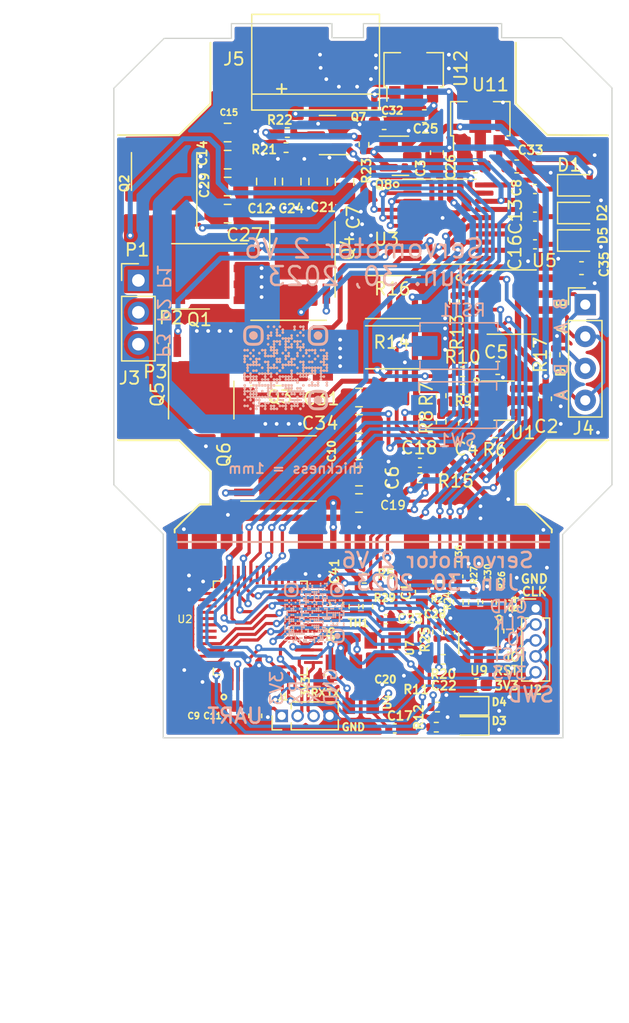
<source format=kicad_pcb>
(kicad_pcb (version 20221018) (generator pcbnew)
  (layers (0 "F.Cu" signal) (31 "B.Cu" signal) (34 "B.Paste" user) (35 "F.Paste" user) (36 "B.SilkS" user "B.Silkscreen") (37 "F.SilkS" user "F.Silkscreen") (38 "B.Mask" user) (39 "F.Mask" user) (44 "Edge.Cuts" user))
  (net 0 "")
  (net 1 "/IA_SENSE")
  (net 2 "GND")
  (net 3 "+10V")
  (net 4 "Net-(U1--)")
  (net 5 "Net-(U1-+)")
  (net 6 "+24V")
  (net 7 "Net-(D1-K)")
  (net 8 "/M_VCC")
  (net 9 "+3.3V")
  (net 10 "Net-(D2-K)")
  (net 11 "Net-(D5-K)")
  (net 12 "Net-(U9--)")
  (net 13 "Net-(U9-+)")
  (net 14 "/HALL1")
  (net 15 "/RESET")
  (net 16 "/PHASE1")
  (net 17 "/HALL2")
  (net 18 "/HALL3")
  (net 19 "/PHASE2")
  (net 20 "Net-(D3-A)")
  (net 21 "/PHASE3")
  (net 22 "Net-(D4-A)")
  (net 23 "Net-(Q1-S-Pad1)")
  (net 24 "Net-(Q1-G)")
  (net 25 "Net-(Q2-G)")
  (net 26 "/TEMPERATURE")
  (net 27 "Net-(Q3-G)")
  (net 28 "Net-(Q4-G)")
  (net 29 "Net-(Q5-G)")
  (net 30 "Net-(Q6-G)")
  (net 31 "/UART2 RX")
  (net 32 "/UART2 TX")
  (net 33 "/SWCLK")
  (net 34 "/SWDIO")
  (net 35 "/B")
  (net 36 "/A")
  (net 37 "Net-(Q7-C)")
  (net 38 "/PWM1")
  (net 39 "/PWM2")
  (net 40 "/PWM3")
  (net 41 "Net-(Q8-B)")
  (net 42 "/SWITCH_DISABLE")
  (net 43 "/IA")
  (net 50 "/LED_RED")
  (net 51 "/LED_GREEN")
  (net 52 "/RS485_EN")
  (net 54 "Net-(R20-Pad1)")
  (net 55 "/OVER_VOLTAGE")
  (net 56 "/PWM4")
  (net 63 "/REF24")
  (net 66 "/RS485_D")
  (net 67 "/RS485_R")
  (footprint "Capacitor_SMD:C_0603_1608Metric" (layer "F.Cu") (at 153.05 78.4 180)
    (fp_text reference "C25")
    (fp_text value "100nF")
  )
  (footprint "Connector_PinHeader_1.27mm:PinHeader_1x05_P1.27mm_Vertical" (layer "F.Cu") (at 161.9 117.6)
    (fp_text reference "J2")
    (fp_text value "Programming")
  )
  (footprint "MountingHole:MountingHole_2.7mm" (layer "F.Cu") (at 132.674 107.602)
    (fp_text reference "H3" hide)
    (fp_text value "MountingHole_Pad" hide)
  )
  (footprint "Resistor_SMD:R_0402_1005Metric" (layer "F.Cu") (at 154.0875 125.45)
    (fp_text reference "R11")
    (fp_text value "470")
  )
  (footprint "Resistor_SMD:R_0402_1005Metric" (layer "F.Cu") (at 154.1494 115.495 -90)
    (fp_text reference "R2")
    (fp_text value "4.7K")
  )
  (footprint "Capacitor_SMD:C_0603_1608Metric" (layer "F.Cu") (at 146.05 117.24 90)
    (fp_text reference "C41")
    (fp_text value "1uF")
  )
  (footprint "Capacitor_SMD:C_0402_1005Metric" (layer "F.Cu") (at 155.1 119.495 90)
    (fp_text reference "C28")
    (fp_text value "100nF")
  )
  (footprint "Diode_SMD:D_SOD-323" (layer "F.Cu") (at 165.15 86.108)
    (fp_text reference "D2")
    (fp_text value "1N4148WS")
  )
  (footprint "Capacitor_SMD:C_0402_1005Metric" (layer "F.Cu") (at 150.7 127.15)
    (fp_text reference "C17")
    (fp_text value "1nF")
  )
  (footprint "Diode_SMD:D_SOD-323" (layer "F.Cu") (at 165.15 83.9)
    (fp_text reference "D1")
    (fp_text value "1N4148WS")
  )
  (footprint "Resistor_SMD:R_0402_1005Metric" (layer "F.Cu") (at 148.2696 115.1966 180)
    (fp_text reference "R5")
    (fp_text value "10K")
  )
  (footprint "servo_motor:TestPoint 4x2" (layer "F.Cu") (at 160.868 112.2756)
    (fp_text reference "H10" hide)
    (fp_text value "MountingHole_Pad" hide)
  )
  (footprint "Capacitor_SMD:C_0805_2012Metric" (layer "F.Cu") (at 146.7 83.65 90)
    (fp_text reference "C7")
    (fp_text value "10uF")
  )
  (footprint "Capacitor_SMD:C_0805_2012Metric" (layer "F.Cu") (at 144.6 83.6 90)
    (fp_text reference "C21")
    (fp_text value "10uF")
  )
  (footprint "Capacitor_SMD:C_0603_1608Metric" (layer "F.Cu") (at 149.85 78.95)
    (fp_text reference "C32")
    (fp_text value "1uF")
  )
  (footprint "Resistor_SMD:R_0402_1005Metric" (layer "F.Cu") (at 155.45 93.2 90)
    (fp_text reference "R13")
    (fp_text value "10K")
  )
  (footprint "Resistor_SMD:R_2512_6332Metric" (layer "F.Cu") (at 150.55 92.8 180)
    (fp_text reference "R16")
    (fp_text value "25121WF100MT4E")
  )
  (footprint "Resistor_SMD:R_0402_1005Metric" (layer "F.Cu") (at 147.45 117.44 90)
    (fp_text reference "TH1")
    (fp_text value "100k 1% NTC")
  )
  (footprint "Resistor_SMD:R_0402_1005Metric" (layer "F.Cu") (at 159.1494 117.095 90)
    (fp_text reference "R26")
    (fp_text value "1K")
  )
  (footprint "Capacitor_SMD:C_0805_2012Metric" (layer "F.Cu") (at 137.4 79.7)
    (fp_text reference "C15")
    (fp_text value "10uF")
  )
  (footprint "Capacitor_SMD:C_0603_1608Metric" (layer "F.Cu") (at 152.8494 116.295 90)
    (fp_text reference "C1")
    (fp_text value "100pF")
  )
  (footprint "servo_motor:hall_sensor_3_copy" (layer "F.Cu") (at 148.188101 124.4 90)
    (fp_text reference "U4")
    (fp_text value "AH49HSC")
  )
  (footprint "Diode_SMD:D_SOD-323" (layer "F.Cu") (at 165.15 88.3)
    (fp_text reference "D5")
    (fp_text value "1N4148WS")
  )
  (footprint "Capacitor_SMD:C_0805_2012Metric" (layer "F.Cu") (at 147.85 107.1)
    (fp_text reference "C6")
    (fp_text value "10uF")
  )
  (footprint "Capacitor_SMD:C_0805_2012Metric" (layer "F.Cu") (at 147.85 102.9)
    (fp_text reference "C34")
    (fp_text value "10uF")
  )
  (footprint "servo_motor:hall_sensor_3_copy" (layer "F.Cu") (at 146.85 120.967152 90)
    (fp_text reference "U6")
    (fp_text value "AH49HSC")
  )
  (footprint "Capacitor_SMD:C_0805_2012Metric" (layer "F.Cu") (at 147.85 109.2)
    (fp_text reference "C19")
    (fp_text value "10uF")
  )
  (footprint "Resistor_SMD:R_2512_6332Metric" (layer "F.Cu") (at 150.55 96.8 180)
    (fp_text reference "R14")
    (fp_text value "25121WF100MT4E")
  )
  (footprint "Capacitor_SMD:C_0603_1608Metric" (layer "F.Cu") (at 157.1 82.4 180)
    (fp_text reference "C26")
    (fp_text value "1uF")
  )
  (footprint "Capacitor_SMD:C_0402_1005Metric" (layer "F.Cu") (at 161.85 84.2 180)
    (fp_text reference "C8")
    (fp_text value "100nF")
  )
  (footprint "Resistor_SMD:R_0402_1005Metric" (layer "F.Cu") (at 148.25 80.65 -90)
    (fp_text reference "R23")
    (fp_text value "10K")
  )
  (footprint "servo_motor:CRTM025N03L" (layer "F.Cu") (at 143.35 89.1 90)
    (fp_text reference "Q4")
    (fp_text value "CRTM025N03L")
  )
  (footprint "Capacitor_SMD:C_0603_1608Metric" (layer "F.Cu") (at 139.6 126.15 -90)
    (fp_text reference "C11")
    (fp_text value "4.7uF")
  )
  (footprint "Resistor_SMD:R_0402_1005Metric" (layer "F.Cu") (at 142.05 80.9)
    (fp_text reference "R21")
    (fp_text value "10K")
  )
  (footprint "Package_TO_SOT_SMD:SOT-89-3" (layer "F.Cu") (at 157.5 78.9 90)
    (fp_text reference "U11")
    (fp_text value "HT7533-1")
  )
  (footprint "servo_motor:CRTM025N03L" (layer "F.Cu") (at 141.55 97.25 180)
    (fp_text reference "Q3")
    (fp_text value "CRTM025N03L")
  )
  (footprint "Capacitor_SMD:C_0603_1608Metric" (layer "F.Cu") (at 162.65 100.9 -90)
    (fp_text reference "C2")
    (fp_text value "1uF")
  )
  (footprint "Package_SO:TSSOP-20_4.4x6.5mm_P0.65mm" (layer "F.Cu") (at 154.95 86.8)
    (fp_text reference "U3")
    (fp_text value "EG2133")
  )
  (footprint "Resistor_SMD:R_0402_1005Metric" (layer "F.Cu") (at 154 127.05)
    (fp_text reference "R12")
    (fp_text value "1.5K")
  )
  (footprint "Resistor_SMD:R_0402_1005Metric" (layer "F.Cu") (at 155.7494 117.095 -90)
    (fp_text reference "R24")
    (fp_text value "10K")
  )
  (footprint "Connector_PinHeader_2.54mm:PinHeader_1x03_P2.54mm_Vertical" (layer "F.Cu") (at 130.3 91.475)
    (fp_text reference "J3")
    (fp_text value "Screw_Terminal_01x03")
  )
  (footprint "Capacitor_SMD:C_0402_1005Metric" (layer "F.Cu") (at 161.85 86.4 180)
    (fp_text reference "C13")
    (fp_text value "100nF")
  )
  (footprint "Resistor_SMD:R_0402_1005Metric" (layer "F.Cu") (at 156.0875 98.75)
    (fp_text reference "R10")
    (fp_text value "10K")
  )
  (footprint "Resistor_SMD:R_0402_1005Metric" (layer "F.Cu") (at 154.5494 121.65 180)
    (fp_text reference "R20")
    (fp_text value "10K")
  )
  (footprint "servo_motor:TestPoint 4x2" (layer "F.Cu") (at 135.5442 112.2756)
    (fp_text reference "H7" hide)
    (fp_text value "MountingHole_Pad" hide)
  )
  (footprint "servo_motor:TestPoint 2x2.5" (layer "F.Cu") (at 152.426732 112.2756)
    (fp_text reference "H9" hide)
    (fp_text value "MountingHole_Pad" hide)
  )
  (footprint "Package_TO_SOT_SMD:SOT-23" (layer "F.Cu") (at 151.15 81.55)
    (fp_text reference "Q8")
    (fp_text value "2N3906")
  )
  (footprint "servo_motor:TestPoint 2x2.5" (layer "F.Cu") (at 143.985466 112.2756)
    (fp_text reference "H8" hide)
    (fp_text value "MountingHole_Pad" hide)
  )
  (footprint "Resistor_SMD:R_0402_1005Metric" (layer "F.Cu") (at 156.9494 117.095 -90)
    (fp_text reference "R27")
    (fp_text value "10K")
  )
  (footprint "Resistor_SMD:R_0402_1005Metric" (layer "F.Cu") (at 163.45 97.4 90)
    (fp_text reference "R17")
    (fp_text value "10K")
  )
  (footprint "Resistor_SMD:R_0402_1005Metric" (layer "F.Cu") (at 159.7494 119.395 -90)
    (fp_text reference "R4")
    (fp_text value "10K")
  )
  (footprint "Resistor_SMD:R_0402_1005Metric" (layer "F.Cu") (at 154.3875 102.75 90)
    (fp_text reference "R8")
    (fp_text value "10K")
  )
  (footprint "Package_TO_SOT_SMD:SOT-23-5" (layer "F.Cu") (at 157.3494 120.395 -90)
    (fp_text reference "U9")
    (fp_text value "LM321")
  )
  (footprint "Capacitor_SMD:C_0603_1608Metric" (layer "F.Cu") (at 157.1994 123.695 180)
    (fp_text reference "C22")
    (fp_text value "1uF")
  )
  (footprint "Capacitor_SMD:C_0805_2012Metric" (layer "F.Cu") (at 147.85 105)
    (fp_text reference "C10")
    (fp_text value "10uF")
  )
  (footprint "servo_motor:CRTM025N03L" (layer "F.Cu") (at 142.15 106.45)
    (fp_text reference "Q6")
    (fp_text value "CRTM025N03L")
  )
  (footprint "Resistor_SMD:R_0402_1005Metric" (layer "F.Cu") (at 142.15 79.7 180)
    (fp_text reference "R22")
    (fp_text value "10K")
  )
  (footprint "Capacitor_SMD:C_0402_1005Metric" (layer "F.Cu") (at 145.1 123.25 180)
    (fp_text reference "C20")
    (fp_text value "1nF")
  )
  (footprint "Capacitor_SMD:C_0603_1608Metric" (layer "F.Cu") (at 165.55 90.5 180)
    (fp_text reference "C35")
    (fp_text value "100nF")
  )
  (footprint "servo_motor:CRTM025N03L" (layer "F.Cu") (at 135.3 100.2 -90)
    (fp_text reference "Q5")
    (fp_text value "CRTM025N03L")
  )
  (footprint "Capacitor_SMD:C_0805_2012Metric" (layer "F.Cu") (at 140.441 83.6 90)
    (fp_text reference "C12")
    (fp_text value "10uF")
  )
  (footprint "Capacitor_SMD:C_0402_1005Metric" (layer "F.Cu") (at 155.7494 115.045 90)
    (fp_text reference "C36")
    (fp_text value "100nF")
  )
  (footprint "MountingHole:MountingHole_2.7mm" (layer "F.Cu") (at 163.662 107.475)
    (fp_text reference "H4" hide)
    (fp_text value "MountingHole_Pad" hide)
  )
  (footprint "Resistor_SMD:R_0402_1005Metric" (layer "F.Cu") (at 154.1 119.475 -90)
    (fp_text reference "R25")
    (fp_text value "10K")
  )
  (footprint "Capacitor_SMD:C_0402_1005Metric" (layer "F.Cu") (at 161.85 88.6 180)
    (fp_text reference "C16")
    (fp_text value "100nF")
  )
  (footprint "Resistor_SMD:R_0402_1005Metric" (layer "F.Cu") (at 158.6945 103.614)
    (fp_text reference "R6")
    (fp_text value "33K")
  )
  (footprint "TerminalBlock:TerminalBlock_bornier-2_P5.08mm" (layer "F.Cu") (at 141.86 74.1)
    (fp_text reference "J5")
    (fp_text value "Power IN")
  )
  (footprint "Capacitor_SMD:C_0805_2012Metric" (layer "F.Cu") (at 137.4 86.159)
    (fp_text reference "C27")
    (fp_text value "10uF")
  )
  (footprint "MountingHole:MountingHole_2.7mm" (layer "F.Cu") (at 132.674 76.487)
    (fp_text reference "H1" hide)
    (fp_text value "MountingHole_Pad" hide)
  )
  (footprint "servo_motor:STM32G030C8T6" (layer "F.Cu") (at 140 119.15 90)
    (fp_text reference "U2")
    (fp_text value "STM32G030C8T6" hide)
  )
  (footprint "Capacitor_SMD:C_0603_1608Metric" (layer "F.Cu") (at 154.05 81.3 -90)
    (fp_text reference "C3")
    (fp_text value "4.7uF")
  )
  (footprint "Package_TO_SOT_SMD:SOT-23" (layer "F.Cu") (at 145.35 79.9 180)
    (fp_text reference "Q7")
    (fp_text value "MMBT3904")
  )
  (footprint "Capacitor_SMD:C_0805_2012Metric" (layer "F.Cu") (at 137.4 81.859)
    (fp_text reference "C14")
    (fp_text value "10uF")
  )
  (footprint "Capacitor_SMD:C_0805_2012Metric" (layer "F.Cu") (at 147.85 100.8)
    (fp_text reference "C31")
    (fp_text value "10uF")
  )
  (footprint "servo_motor:hall_sensor_3_copy" (layer "F.Cu") (at 149.538296 121.094147 -90)
    (fp_text reference "U7")
    (fp_text value "AH49HSC")
  )
  (footprint "Capacitor_SMD:C_0603_1608Metric" (layer "F.Cu") (at 160.4 82.4)
    (fp_text reference "C33")
    (fp_text value "10uF")
  )
  (footprint "Resistor_SMD:R_0402_1005Metric" (layer "F.Cu") (at 152.7 107.2 180)
    (fp_text reference "R15")
    (fp_text value "10K")
  )
  (footprint "Capacitor_SMD:C_0402_1005Metric" (layer "F.Cu") (at 152.7 106 180)
    (fp_text reference "C18")
    (fp_text value "100nF")
  )
  (footprint "Package_TO_SOT_SMD:SOT-23-5" (layer "F.Cu") (at 159.3875 101.05)
    (fp_text reference "U1")
    (fp_text value "LM321")
  )
  (footprint "servo_motor:CRTM025N03L" (layer "F.Cu") (at 135.25 91.15 180)
    (fp_text reference "Q1")
    (fp_text value "CRTM025N03L")
  )
  (footprint "Resistor_SMD:R_0402_1005Metric" (layer "F.Cu") (at 148.55 117.44 90)
    (fp_text reference "R29")
    (fp_text value "4.7K")
  )
  (footprint "Capacitor_SMD:C_0603_1608Metric" (layer "F.Cu") (at 138.1 126.15 -90)
    (fp_text reference "C9")
    (fp_text value "100nF")
  )
  (footprint "Capacitor_SMD:C_0603_1608Metric" (layer "F.Cu") (at 156.2875 102.85 -90)
    (fp_text reference "C4")
    (fp_text value "NC")
  )
  (footprint "Package_SO:SOIC-8_3.9x4.9mm_P1.27mm" (layer "F.Cu") (at 160 93.2)
    (fp_text reference "U5")
    (fp_text value "SN75176BDR")
  )
  (footprint "Package_TO_SOT_SMD:SOT-89-3" (layer "F.Cu") (at 152.2 75 90)
    (fp_text reference "U12")
    (fp_text value "L78L10_SOT89")
  )
  (footprint "Capacitor_SMD:C_0805_2012Metric" (layer "F.Cu") (at 142.5 83.6 90)
    (fp_text reference "C24")
    (fp_text value "10uF")
  )
  (footprint "servo_motor:CRTM025N03L" (layer "F.Cu") (at 132.35 83.6 90)
    (fp_text reference "Q2")
    (fp_text value "CRTM025N03L")
  )
  (footprint "LED_SMD:LED_0603_1608Metric" (layer "F.Cu") (at 156.7 126.95 180)
    (fp_text reference "D3")
    (fp_text value "KT-0603R")
  )
  (footprint "Connector_PinHeader_2.54mm:PinHeader_1x04_P2.54mm_Vertical" (layer "F.Cu") (at 165.85 93.4)
    (fp_text reference "J4")
    (fp_text value "RS485")
  )
  (footprint "Capacitor_SMD:C_0603_1608Metric" (layer "F.Cu") (at 158.8875 98.45)
    (fp_text reference "C5")
    (fp_text value "100pF")
  )
  (footprint "Resistor_SMD:R_0402_1005Metric" (layer "F.Cu") (at 154.3875 100.65 90)
    (fp_text reference "R7")
    (fp_text value "680K")
  )
  (footprint "MountingHole:MountingHole_2.7mm" (layer "F.Cu") (at 163.662 76.487)
    (fp_text reference "H2" hide)
    (fp_text value "MountingHole_Pad" hide)
  )
  (footprint "Connector_PinHeader_1.27mm:PinHeader_1x04_P1.27mm_Vertical" (layer "F.Cu") (at 141.7 126.15 90)
    (fp_text reference "J1")
    (fp_text value "Serial Port")
  )
  (footprint "Capacitor_SMD:C_0402_1005Metric" (layer "F.Cu") (at 150 118.45)
    (fp_text reference "C23")
    (fp_text value "1nF")
  )
  (footprint "Capacitor_SMD:C_0402_1005Metric" (layer "F.Cu") (at 158.0494 117.075 90)
    (fp_text reference "C30")
    (fp_text value "100pF")
  )
  (footprint "Capacitor_SMD:C_0805_2012Metric" (layer "F.Cu") (at 137.4 84)
    (fp_text reference "C29")
    (fp_text value "10uF")
  )
  (footprint "Resistor_SMD:R_0402_1005Metric" (layer "F.Cu") (at 156.0875 100.15 180)
    (fp_text reference "R9")
    (fp_text value "300K")
  )
  (footprint "LED_SMD:LED_0603_1608Metric" (layer "F.Cu") (at 156.6875 125.35 180)
    (fp_text reference "D4")
    (fp_text value "19-217/GHC-YR1S2/3T")
  )
  (footprint "Button_Switch_SMD:SW_SPST_EVQPE1" (layer "B.Cu") (at 155.7 101.4 180)
    (fp_text reference "SW1")
    (fp_text value "PUSH")
  )
  (footprint "servo_motor:QR_M2_V6-30-06-23_5mm" (layer "B.Cu") (at 144.3 117.95 180)
    (fp_text reference "G***" hide)
    (fp_text value "LOGO" hide)
  )
  (footprint "Button_Switch_SMD:SW_SPST_EVQPE1" (layer "B.Cu") (at 155.8 96.7)
    (fp_text reference "RST1")
    (fp_text value "PUSH")
  )
  (footprint "servo_motor:QR_M2_V6-30-06-23_7mm" (layer "B.Cu") (at 142.0212 98.4326 180)
    (fp_text reference "G***" hide)
    (fp_text value "LOGO" hide)
  )
  (gr_line (start 133.386 112.3) (end 162.986 112.3) (stroke (width 0.15)) (layer "B.SilkS"))
  (gr_line (start 163.186 111.55) (end 163.186 111.3) (stroke (width 0.15)) (layer "F.SilkS"))
  (gr_line (start 133.536 79.9) (end 128.686 79.9) (stroke (width 0.15)) (layer "F.SilkS"))
  (gr_line (start 135.186 109.3) (end 133.186 111.3) (stroke (width 0.15)) (layer "F.SilkS"))
  (gr_circle (center 159 118.35) (end 159.2 118.35) (stroke (width 0.15)) (fill none) (layer "F.SilkS"))
  (gr_line (start 136.036 109.3) (end 135.186 109.3) (stroke (width 0.15)) (layer "F.SilkS"))
  (gr_line (start 133.386 112.3) (end 162.986 112.3) (stroke (width 0.15)) (layer "F.SilkS"))
  (gr_circle (center 157.2 99.45) (end 157.4 99.45) (stroke (width 0.15)) (fill none) (layer "F.SilkS"))
  (gr_line (start 136.036 106.7) (end 136.036 109.3) (stroke (width 0.15)) (layer "F.SilkS"))
  (gr_line (start 128.686 104.2) (end 133.536 104.2) (stroke (width 0.15)) (layer "F.SilkS"))
  (gr_line (start 161.186 109.3) (end 160.336 109.3) (stroke (width 0.15)) (layer "F.SilkS"))
  (gr_circle (center 137.1 124.65) (end 137.3 124.65) (stroke (width 0.15)) (fill none) (layer "F.SilkS"))
  (gr_line (start 133.536 104.2) (end 136.036 106.7) (stroke (width 0.15)) (layer "F.SilkS"))
  (gr_line (start 160.3346 77.4014) (end 162.8238 79.8906) (stroke (width 0.15)) (layer "F.SilkS"))
  (gr_line (start 136.036 72.55) (end 136.036 77.4) (stroke (width 0.15)) (layer "F.SilkS"))
  (gr_line (start 133.186 111.3) (end 133.186 111.55) (stroke (width 0.15)) (layer "F.SilkS"))
  (gr_line (start 160.336 109.3) (end 160.336 106.7) (stroke (width 0.15)) (layer "F.SilkS"))
  (gr_circle (center 155.8 91.25) (end 156 91.25) (stroke (width 0.15)) (fill none) (layer "F.SilkS"))
  (gr_line (start 162.836 104.2) (end 167.686 104.2) (stroke (width 0.15)) (layer "F.SilkS"))
  (gr_line (start 162.8238 79.8906) (end 167.6498 79.916) (stroke (width 0.15)) (layer "F.SilkS"))
  (gr_line (start 136.036 77.4) (end 133.536 79.9) (stroke (width 0.15)) (layer "F.SilkS"))
  (gr_line (start 160.336 106.7) (end 162.836 104.2) (stroke (width 0.15)) (layer "F.SilkS"))
  (gr_line (start 163.186 111.3) (end 161.186 109.3) (stroke (width 0.15)) (layer "F.SilkS"))
  (gr_line (start 160.336 72.55) (end 160.3346 77.4014) (stroke (width 0.15)) (layer "F.SilkS"))
  (gr_circle (center 150.8 83.85) (end 151 83.85) (stroke (width 0.15)) (fill none) (layer "F.SilkS"))
  (gr_line (start 128.35 107.75) (end 128.35 76.175) (stroke (width 0.1)) (layer "Edge.Cuts"))
  (gr_line (start 132.275 111.675) (end 128.35 107.75) (stroke (width 0.1)) (layer "Edge.Cuts"))
  (gr_line (start 163.95 72.15) (end 167.975 76.15) (stroke (width 0.1)) (layer "Edge.Cuts"))
  (gr_line (start 137.7 72.2) (end 137.7 71.025) (stroke (width 0.1)) (layer "Edge.Cuts"))
  (gr_line (start 167.975 107.75) (end 164.05 111.7) (stroke (width 0.1)) (layer "Edge.Cuts"))
  (gr_line (start 164.075 127.9) (end 132.275 127.9) (stroke (width 0.1)) (layer "Edge.Cuts"))
  (gr_line (start 148.2 72.15) (end 148.2 71.025) (stroke (width 0.1)) (layer "Edge.Cuts"))
  (gr_line (start 145.7 71.025) (end 145.7 72.15) (stroke (width 0.1)) (layer "Edge.Cuts"))
  (gr_line (start 167.975 76.15) (end 167.975 107.75) (stroke (width 0.1)) (layer "Edge.Cuts"))
  (gr_line (start 132.35 72.2) (end 137.7 72.2) (stroke (width 0.1)) (layer "Edge.Cuts"))
  (gr_line (start 128.35 76.175) (end 132.35 72.2) (stroke (width 0.1)) (layer "Edge.Cuts"))
  (gr_line (start 145.7 72.15) (end 148.2 72.15) (stroke (width 0.1)) (layer "Edge.Cuts"))
  (gr_line (start 148.2 71.025) (end 159.2 71.025) (stroke (width 0.1)) (layer "Edge.Cuts"))
  (gr_line (start 132.275 127.9) (end 132.275 111.675) (stroke (width 0.1)) (layer "Edge.Cuts"))
  (gr_line (start 164.05 111.7) (end 164.075 127.9) (stroke (width 0.1)) (layer "Edge.Cuts"))
  (gr_line (start 137.7 71.025) (end 145.7 71.025) (stroke (width 0.1)) (layer "Edge.Cuts"))
  (gr_line (start 159.2 72.15) (end 163.95 72.15) (stroke (width 0.1)) (layer "Edge.Cuts"))
  (gr_line (start 159.2 71.025) (end 159.2 72.15) (stroke (width 0.1)) (layer "Edge.Cuts"))
  (gr_text "CLK" (at 159.9 118.8) (layer "B.SilkS") (effects (font (size 1 1)) (justify mirror)))
  (gr_text "P3" (at 132.25 96.65 270) (layer "B.SilkS") (effects (font (size 1 1)) (justify mirror)))
  (gr_text "Jun. 30, 2023" (at 148.65 91.15) (layer "B.SilkS") (effects (font (size 1.5 1.5) (thickness 0.2)) (justify mirror)))
  (gr_text "RX" (at 142.85 124.3 90) (layer "B.SilkS") (effects (font (size 1 1)) (justify mirror)))
  (gr_text "Servomotor 2 V6" (at 148.25 88.95) (layer "B.SilkS") (effects (font (size 1.5 1.5) (thickness 0.2)) (justify mirror)))
  (gr_text "GND" (at 145.6 123.85 90) (layer "B.SilkS") (effects (font (size 1 1)) (justify mirror)))
  (gr_text "Servomotor 2 V6" (at 154.1 113.75) (layer "B.SilkS") (effects (font (size 1.2 1.2) (thickness 0.2)) (justify mirror)))
  (gr_text "A" (at 163.95 95.25 90) (layer "B.SilkS") (effects (font (size 1 1)) (justify mirror)))
  (gr_text "B" (at 163.95 98.55 90) (layer "B.SilkS") (effects (font (size 1 1)) (justify mirror)))
  (gr_text "A" (at 163.95 100.6 90) (layer "B.SilkS") (effects (font (size 1 1)) (justify mirror)))
  (gr_text "UART" (at 138 126.15) (layer "B.SilkS") (effects (font (size 1.2 1.2) (thickness 0.2)) (justify mirror)))
  (gr_text "3V3" (at 159.8 122.75) (layer "B.SilkS") (effects (font (size 1 1)) (justify mirror)))
  (gr_text "RST" (at 159.8 121.3) (layer "B.SilkS") (effects (font (size 1 1)) (justify mirror)))
  (gr_text "SWD" (at 161.5 124.45) (layer "B.SilkS") (effects (font (size 1.2 1.2) (thickness 0.2)) (justify mirror)))
  (gr_text "B" (at 163.9 93.35 90) (layer "B.SilkS") (effects (font (size 1 1)) (justify mirror)))
  (gr_text "3V3" (at 141.3 123.95 90) (layer "B.SilkS") (effects (font (size 1 1)) (justify mirror)))
  (gr_text "P1" (at 132.3 91.15 -90) (layer "B.SilkS") (effects (font (size 1 1)) (justify mirror)))
  (gr_text "TX" (at 144.3 124.3 90) (layer "B.SilkS") (effects (font (size 1 1)) (justify mirror)))
  (gr_text "GND" (at 159.75 117.45) (layer "B.SilkS") (effects (font (size 1 1)) (justify mirror)))
  (gr_text "thickness = 1mm" (at 142.8 106.45) (layer "B.SilkS") (effects (font (size 0.8 0.8) (thickness 0.15) bold) (justify mirror)))
  (gr_text "IO" (at 160.35 120.05) (layer "B.SilkS") (effects (font (size 1 1)) (justify mirror)))
  (gr_text "P2" (at 132.3 93.85 -90) (layer "B.SilkS") (effects (font (size 1 1)) (justify mirror)))
  (gr_text "Jun. 30, 2023" (at 154.1 115.55) (layer "B.SilkS") (effects (font (size 1.2 1.2) (thickness 0.2)) (justify mirror)))
  (gr_text "3V3" (at 143.6 123.85 90) (layer "F.SilkS") (effects (font (size 0.6 0.6))))
  (gr_text "RX" (at 144.6 124.325) (layer "F.SilkS") (effects (font (size 0.6 0.6))))
  (gr_text "CLK" (at 161.8 116.25) (layer "F.SilkS") (effects (font (size 0.7 0.7))))
  (gr_text "RST" (at 159.5494 122.545) (layer "F.SilkS") (effects (font (size 0.7 0.7))))
  (gr_text "B" (at 163.9 98.8 90) (layer "F.SilkS") (effects (font (size 0.7 0.7))))
  (gr_text "3V3" (at 159.5994 123.745) (layer "F.SilkS") (effects (font (size 0.7 0.7))))
  (gr_text "TX" (at 145.8 124.35) (layer "F.SilkS") (effects (font (size 0.6 0.6))))
  (gr_text "GND" (at 147.4 127.05) (layer "F.SilkS") (effects (font (size 0.6 0.6))))
  (gr_text "+" (at 141.7 76.15) (layer "F.SilkS") (effects (font (size 1 1))))
  (gr_text "A" (at 163.95 100.6 90) (layer "F.SilkS") (effects (font (size 0.7 0.7))))
  (gr_text "P3" (at 131.65 98.75) (layer "F.SilkS") (effects (font (size 1 1))))
  (gr_text "P2" (at 132.9 94.45) (layer "F.SilkS") (effects (font (size 1 1))))
  (gr_text "B" (at 163.95 93.25 90) (layer "F.SilkS") (effects (font (size 0.7 0.7))))
  (gr_text "IO" (at 160.1 121.45) (layer "F.SilkS") (effects (font (size 0.7 0.7))))
  (gr_text "GND" (at 161.8 115.25) (layer "F.SilkS") (effects (font (size 0.7 0.7))))
  (gr_text "P1" (at 130.2 89.05) (layer "F.SilkS") (effects (font (size 1 1))))
  (gr_text "A" (at 164 95.4 90) (layer "F.SilkS") (effects (font (size 0.7 0.7))))
  (segment (start 152.9 119.248014) (end 152.9 117.1206) (width 0.254) (layer "F.Cu") (net 1))
  (segment (start 152.8994 124.645) (end 152.8994 124.458979) (width 0.254) (layer "F.Cu") (net 1))
  (segment (start 153.0844 117.07) (end 154.1494 116.005) (width 0.254) (layer "F.Cu") (net 1))
  (segment (start 152.62456 120.17456) (end 152.62456 119.523454) (width 0.254) (layer "F.Cu") (net 1))
  (segment (start 153.44288 120.99288) (end 152.62456 120.17456) (width 0.254) (layer "F.Cu") (net 1))
  (segment (start 142.250001 123.3664) (end 142.250001 124.800001) (width 0.25) (layer "F.Cu") (net 1))
  (segment (start 142.250001 124.800001) (end 142.4 124.95) (width 0.25) (layer "F.Cu") (net 1))
  (segment (start 152.8994 124.458979) (end 153.44288 123.915499) (width 0.254) (layer "F.Cu") (net 1))
  (segment (start 152.9 117.1206) (end 152.8494 117.07) (width 0.254) (layer "F.Cu") (net 1))
  (segment (start 152.62456 119.523454) (end 152.9 119.248014) (width 0.254) (layer "F.Cu") (net 1))
  (segment (start 153.44288 123.915499) (end 153.44288 120.99288) (width 0.254) (layer "F.Cu") (net 1))
  (segment (start 152.8494 117.07) (end 153.0844 117.07) (width 0.254) (layer "F.Cu") (net 1))
  (via (at 142.4 124.95) (size 0.6) (drill 0.3) (layers "F.Cu" "B.Cu") (net 1))
  (via (at 152.8994 124.645) (size 0.6) (drill 0.3) (layers "F.Cu" "B.Cu") (net 1))
  (segment (start 152.8994 125.2506) (end 152.8994 124.645) (width 0.254) (layer "B.Cu") (net 1))
  (segment (start 142.4 124.95) (end 142.7 125.25) (width 0.25) (layer "B.Cu") (net 1))
  (segment (start 147.175 126.525) (end 151.625 126.525) (width 0.25) (layer "B.Cu") (net 1))
  (segment (start 145.9 125.25) (end 147.175 126.525) (width 0.25) (layer "B.Cu") (net 1))
  (segment (start 151.625 126.525) (end 152.2 125.95) (width 0.25) (layer "B.Cu") (net 1))
  (segment (start 142.7 125.25) (end 145.9 125.25) (width 0.25) (layer "B.Cu") (net 1))
  (segment (start 152.2 125.95) (end 152.8994 125.2506) (width 0.254) (layer "B.Cu") (net 1))
  (segment (start 159 125.75) (end 158.6 125.35) (width 0.2) (layer "F.Cu") (net 2))
  (segment (start 157.1994 118.245) (end 157.3494 118.395) (width 0.254) (layer "F.Cu") (net 2))
  (segment (start 158.0494 115.845) (end 158.0494 116.595) (width 0.254) (layer "F.Cu") (net 2))
  (segment (start 144.62 125.26) (end 145.51 126.15) (width 0.25) (layer "F.Cu") (net 2))
  (segment (start 155.4244 122.695) (end 156.4244 123.695) (width 0.2) (layer "F.Cu") (net 2))
  (segment (start 139.6 126.925) (end 139.65 126.975) (width 0.25) (layer "F.Cu") (net 2))
  (segment (start 159.7494 118.885) (end 159.7494 118.295) (width 0.254) (layer "F.Cu") (net 2))
  (segment (start 159.1394 116.595) (end 159.1494 116.585) (width 0.254) (layer "F.Cu") (net 2))
  (segment (start 158.7 126.95) (end 157.4875 126.95) (width 0.2) (layer "F.Cu") (net 2))
  (segment (start 149.7 123.65) (end 148.5 123.65) (width 0.2) (layer "F.Cu") (net 2))
  (segment (start 148 124.633884) (end 148.025 124.608884) (width 0.25) (layer "F.Cu") (net 2))
  (segment (start 152.8494 115.311633) (end 152.8494 115.52) (width 0.254) (layer "F.Cu") (net 2))
  (segment (start 159.7494 118.295) (end 159.8994 118.145) (width 0.254) (layer "F.Cu") (net 2))
  (segment (start 148.025 124.608884) (end 148.025 124.091116) (width 0.25) (layer "F.Cu") (net 2))
  (segment (start 158.7994 120.345) (end 159.0494 120.095) (width 0.254) (layer "F.Cu") (net 2))
  (segment (start 158.6 125.35) (end 157.475 125.35) (width 0.2) (layer "F.Cu") (net 2))
  (segment (start 146.5594 116.93) (end 144.6994 115.07) (width 0.254) (layer "F.Cu") (net 2))
  (segment (start 150.625 88.425) (end 150.3 88.1) (width 0.25) (layer "F.Cu") (net 2))
  (segment (start 148.4 123.55) (end 150.25 121.7) (width 0.25) (layer "F.Cu") (net 2))
  (segment (start 159.0494 119.245) (end 159.4094 118.885) (width 0.254) (layer "F.Cu") (net 2))
  (segment (start 144.685 126.975) (end 145.51 126.15) (width 0.25) (layer "F.Cu") (net 2))
  (segment (start 155.1244 118.37) (end 155.2494 118.245) (width 0.254) (layer "F.Cu") (net 2))
  (segment (start 158.0494 116.595) (end 159.1394 116.595) (width 0.254) (layer "F.Cu") (net 2))
  (segment (start 152.43782 115.10842) (end 152.8494 115.52) (width 0.25) (layer "F.Cu") (net 2))
  (segment (start 147.45 116.93) (end 146.5594 116.93) (width 0.254) (layer "F.Cu") (net 2))
  (segment (start 152.0875 88.425) (end 150.625 88.425) (width 0.25) (layer "F.Cu") (net 2))
  (segment (start 157.3494 119.2575) (end 157.3494 120.045) (width 0.254) (layer "F.Cu") (net 2))
  (segment (start 155.2 119.015) (end 155.1244 118.9394) (width 0.254) (layer "F.Cu") (net 2))
  (segment (start 151.4229 122.95) (end 150.8 122.3271) (width 0.254) (layer "F.Cu") (net 2))
  (segment (start 144.62 123.25) (end 144.62 125.26) (width 0.25) (layer "F.Cu") (net 2))
  (segment (start 157.3494 120.045) (end 157.6494 120.345) (width 0.254) (layer "F.Cu") (net 2))
  (segment (start 152.7 121.15) (end 152.7494 121.1994) (width 0.25) (layer "F.Cu") (net 2))
  (segment (start 148 126.55) (end 148 124.633884) (width 0.25) (layer "F.Cu") (net 2))
  (segment (start 148.5 123.65) (end 148.4 123.55) (width 0.2) (layer "F.Cu") (net 2))
  (segment (start 150.25 121.7) (end 150.8 121.7) (width 0.25) (layer "F.Cu") (net 2))
  (segment (start 144.6994 115.07) (end 144.6994 114.995) (width 0.254) (layer "F.Cu") (net 2))
  (segment (start 150.8 122.3271) (end 150.8 121.7) (width 0.254) (layer "F.Cu") (net 2))
  (segment (start 149.2 87) (end 148.1 87) (width 0.25) (layer "F.Cu") (net 2))
  (segment (start 140.25 122.480313) (end 140.25 123.3664) (width 0.2) (layer "F.Cu") (net 2))
  (segment (start 147.6 126.95) (end 148 126.55) (width 0.25) (layer "F.Cu") (net 2))
  (segment (start 148.025 124.091116) (end 148 124.066116) (width 0.25) (layer "F.Cu") (net 2))
  (segment (start 155.7494 114.565) (end 156.0386 114.565) (width 0.3) (layer "F.Cu") (net 2))
  (segment (start 152.7494 122.895) (end 152.6944 122.95) (width 0.25) (layer "F.Cu") (net 2))
  (segment (start 157.6494 120.345) (end 158.7994 120.345) (width 0.254) (layer "F.Cu") (net 2))
  (segment (start 159.4094 118.885) (end 159.7494 118.885) (width 0.254) (layer "F.Cu") (net 2))
  (segment (start 148 123.95) (end 148.4 123.55) (width 0.25) (layer "F.Cu") (net 2))
  (segment (start 155.3994 122.695) (end 155.4244 122.695) (width 0.2) (layer "F.Cu") (net 2))
  (segment (start 151.4229 122.95) (end 151.4229 126.9071) (width 0.25) (layer "F.Cu") (net 2))
  (segment (start 145.51 126.15) (end 146.31 126.95) (width 0.25) (layer "F.Cu") (net 2))
  (segment (start 148 124.066116) (end 148 123.95) (width 0.25) (layer "F.Cu") (net 2))
  (segment (start 139.65 126.975) (end 144.685 126.975) (width 0.25) (layer "F.Cu") (net 2))
  (segment (start 155.1244 118.9394) (end 155.1244 118.37) (width 0.254) (layer "F.Cu") (net 2))
  (segment (start 156.0386 114.565) (end 156.5754 114.0282) (width 0.3) (layer "F.Cu") (net 2))
  (segment (start 157.3494 118.395) (end 157.3494 119.2575) (width 0.254) (layer "F.Cu") (net 2))
  (segment (start 151.9018 115.10842) (end 152.43782 115.10842) (width 0.25) (layer "F.Cu") (net 2))
  (segment (start 138.1 126.925) (end 139.6 126.925) (width 0.25) (layer "F.Cu") (net 2))
  (segment (start 159.0494 120.095) (end 159.0494 119.245) (width 0.254) (layer "F.Cu") (net 2))
  (segment (start 152.7494 121.1994) (end 152.7494 122.895) (width 0.25) (layer "F.Cu") (net 2))
  (segment (start 146.31 126.95) (end 147.6 126.95) (width 0.25) (layer "F.Cu") (net 2))
  (segment (start 152.6944 122.95) (end 151.4229 122.95) (width 0.25) (layer "F.Cu") (net 2))
  (segment (start 151.4229 126.9071) (end 151.18 127.15) (width 0.25) (layer "F.Cu") (net 2))
  (segment (start 139.901363 122.131676) (end 140.25 122.480313) (width 0.2) (layer "F.Cu") (net 2))
  (segment (start 150.3 88.1) (end 149.2 87) (width 0.25) (layer "F.Cu") (net 2))
  (segment (start 159 127.25) (end 158.7 126.95) (width 0.2) (layer "F.Cu") (net 2))
  (segment (start 155.2494 118.245) (end 157.1994 118.245) (width 0.254) (layer "F.Cu") (net 2))
  (via (at 145.5 81.7) (size 0.6) (drill 0.3) (layers "F.Cu" "B.Cu") (net 2))
  (via (at 145.25 75.45) (size 0.6) (drill 0.3) (layers "F.Cu" "B.Cu") (net 2))
  (via (at 159.7994 124.645) (size 0.6) (drill 0.3) (layers "F.Cu" "B.Cu") (net 2))
  (via (at 151.8 79.55) (size 0.6) (drill 0.3) (layers "F.Cu" "B.Cu") (net 2))
  (via (at 157.3882 114.0282) (size 0.6) (drill 0.3) (layers "F.Cu" "B.Cu") (net 2))
  (via (at 151.4 105.2) (size 0.6) (drill 0.3) (layers "F.Cu" "B.Cu") (net 2))
  (via (at 140.6 126.25) (size 0.6) (drill 0.3) (layers "F.Cu" "B.Cu") (net 2))
  (via (at 148.1 87) (size 0.6) (drill 0.3) (layers "F.Cu" "B.Cu") (net 2))
  (via (at 154.5 86.5) (size 0.6) (drill 0.3) (layers "F.Cu" "B.Cu") (net 2))
  (via (at 147.9394 113.6218) (size 0.6) (drill 0.3) (layers "F.Cu" "B.Cu") (net 2))
  (via (at 143.6 114.85) (size 0.6) (drill 0.3) (layers "F.Cu" "B.Cu") (net 2))
  (via (at 139.6 79.6) (size 0.6) (drill 0.3) (layers "F.Cu" "B.Cu") (net 2))
  (via (at 163.1 82.9) (size 0.6) (drill 0.3) (layers "F.Cu" "B.Cu") (net 2))
  (via (at 159 127.25) (size 0.6) (drill 0.3) (layers "F.Cu" "B.Cu") (net 2))
  (via (at 159.3 77.3) (size 0.6) (drill 0.3) (layers "F.Cu" "B.Cu") (net 2))
  (via (at 167.1 88.8) (size 0.6) (drill 0.3) (layers "F.Cu" "B.Cu") (net 2))
  (via (at 162.519 111.3358) (size 0.6) (drill 0.3) (layers "F.Cu" "B.Cu") (net 2))
  (via (at 166.6 81.5) (size 0.6) (drill 0.3) (layers "F.Cu" "B.Cu") (net 2))
  (via (at 153.2 79.55) (size 0.6) (drill 0.3) (layers "F.Cu" "B.Cu") (net 2))
  (via (at 159.3 99.2) (size 0.6) (drill 0.3) (layers "F.Cu" "B.Cu") (net 2))
  (via (at 141.4 81.8) (size 0.6) (drill 0.3) (layers "F.Cu" "B.Cu") (net 2))
  (via (at 151.9018 115.10842) (size 0.6) (drill 0.3) (layers "F.Cu" "B.Cu") (net 2))
  (via (at 154.7 94.5) (size 0.6) (drill 0.3) (layers "F.Cu" "B.Cu") (net 2))
  (via (at 156.5754 114.0282) (size 0.6) (drill 0.3) (layers "F.Cu" "B.Cu") (net 2))
  (via (at 146.25 76.05) (size 0.6) (drill 0.3) (layers "F.Cu" "B.Cu") (net 2))
  (via (at 157.5152 109.4562) (size 0.6) (drill 0.3) (layers "F.Cu" "B.Cu") (net 2))
  (via (at 157.5152 110.4214) (size 0.6) (drill 0.3) (layers "F.Cu" "B.Cu") (net 2))
  (via (at 133.9186 111.285) (size 0.6) (drill 0.3) (layers "F.Cu" "B.Cu") (net 2))
  (via (at 140.2 80.6) (size 0.6) (drill 0.3) (layers "F.Cu" "B.Cu") (net 2))
  (via (at 134.325 114.968) (size 0.6) (drill 0.3) (layers "F.Cu" "B.Cu") (net 2))
  (via (at 147.3 87.8) (size 0.6) (drill 0.3) (layers "F.Cu" "B.Cu") (net 2))
  (via (at 150.2 106.9) (size 0.6) (drill 0.3) (layers "F.Cu" "B.Cu") (net 2))
  (via (at 166.6 91.7) (size 0.6) (drill 0.3) (layers "F.Cu" "B.Cu") (net 2))
  (via (at 155 73.5) (size 0.6) (drill 0.3) (layers "F.Cu" "B.Cu") (net 2))
  (via (at 135.4494 115.45) (size 0.6) (drill 0.3) (layers "F.Cu" "B.Cu") (net 2))
  (via (at 159 125.75) (size 0.6) (drill 0.3) (layers "F.Cu" "B.Cu") (net 2))
  (via (at 159.8994 118.145) (size 0.6) (drill 0.3) (layers "F.Cu" "B.Cu") (net 2))
  (via (at 150.2 105.9) (size 0.6) (drill 0.3) (layers "F.Cu" "B.Cu") (net 2))
  (via (at 167.1 85.1) (size 0.6) (drill 0.3) (layers "F.Cu" "B.Cu") (net 2))
  (via (at 154.7 96.1) (size 0.6) (drill 0.3) (layers "F.Cu" "B.Cu") (net 2))
  (via (at 139.901363 122.131676) (size 0.6) (drill 0.3) (layers "F.Cu" "B.Cu") (net 2))
  (via (at 161.3 89.95) (size 0.6) (drill 0.3) (layers "F.Cu" "B.Cu") (net 2))
  (via (at 148 86) (size 0.6) (drill 0.3) (layers "F.Cu" "B.Cu") (net 2))
  (via (at 156.9 104.7) (size 0.6) (drill 0.3) (layers "F.Cu" "B.Cu") (net 2))
  (via (at 143.5 81.8) (size 0.6) (drill 0.3) (layers "F.Cu" "B.Cu") (net 2))
  (via (at 133.95 122.5) (size 0.6) (drill 0.3) (layers "F.Cu" "B.Cu") (net 2))
  (via (at 166.8624 103.5888) (size 0.6) (drill 0.3) (layers "F.Cu" "B.Cu") (net 2))
  (via (at 148.8 87.9) (size 0.6) (drill 0.3) (layers "F.Cu" "B.Cu") (net 2))
  (via (at 147.8632 111.12402) (size 0.6) (drill 0.3) (layers "F.Cu" "B.Cu") (net 2))
  (via (at 162.8 114.35) (size 0.6) (drill 0.3) (layers "F.Cu" "B.Cu") (net 2))
  (via (at 135.6712 104.681) (size 0.6) (drill 0.3) (layers "F.Cu" "B.Cu") (net 2))
  (via (at 147.7 76.05) (size 0.6) (drill 0.3) (layers "F.Cu" "B.Cu") (net 2))
  (via (at 154.7 97) (size 0.6) (drill 0.3) (layers "F.Cu" "B.Cu") (net 2))
  (via (at 159.725 108.8974) (size 0.6) (drill 0.3) (layers "F.Cu" "B.Cu") (net 2))
  (via (at 134.3494 116.095) (size 0.6) (drill 0.3) (layers "F.Cu" "B.Cu") (net 2))
  (via (at 144.8 74.55) (size 0.6) (drill 0.3) (layers "F.Cu" "B.Cu") (net 2))
  (via (at 135.4 123.45) (size 0.6) (drill 0.3) (layers "F.Cu" "B.Cu") (net 2))
  (via (at 155 74.6) (size 0.6) (drill 0.3) (layers "F.Cu" "B.Cu") (net 2))
  (via (at 158.0494 115.845) (size 0.6) (drill 0.3) (layers "F.Cu" "B.Cu") (net 2))
  (via (at 151.4229 122.95) (size 0.6) (drill 0.3) (layers "F.Cu" "B.Cu") (net 2))
  (via (at 163.9 101.5) (size 0.6) (drill 0.3) (layers "F.Cu" "B.Cu") (net 2))
  (via (at 163.9 102.9) (size 0.6) (drill 0.3) (layers "F.Cu" "B.Cu") (net 2))
  (via (at 140.2 81.4) (size 0.6) (drill 0.3) (layers "F.Cu" "B.Cu") (net 2))
  (via (at 149.7 123.65) (size 0.6) (drill 0.3) (layers "F.Cu" "B.Cu") (net 2))
  (via (at 154.7 95.3) (size 0.6) (drill 0.3) (layers "F.Cu" "B.Cu") (net 2))
  (via (at 155.3994 122.45) (size 0.6) (drill 0.3) (layers "F.Cu" "B.Cu") (net 2))
  (via (at 152.7 121.15) (size 0.6) (drill 0.3) (layers "F.Cu" "B.Cu") (net 2))
  (via (at 155.1244 118.37) (size 0.6) (drill 0.3) (layers "F.Cu" "B.Cu") (net 2))
  (via (at 144.6994 114.995) (size 0.6) (drill 0.3) (layers "F.Cu" "B.Cu") (net 2))
  (via (at 149.2 73.55) (size 0.6) (drill 0.3) (layers "F.Cu" "B.Cu") (net 2))
  (via (at 146.4 120.75) (size 0.6) (drill 0.3) (layers "F.Cu" "B.Cu") (net 2))
  (via (at 148.8 75.45) (size 0.6) (drill 0.3) (layers "F.Cu" "B.Cu") (net 2))
  (via (at 149.2 74.55) (size 0.6) (drill 0.3) (layers "F.Cu" "B.Cu") (net 2))
  (via (at 160.4 115.15) (size 0.6) (drill 0.3) (layers "F.Cu" "B.Cu") (net 2))
  (via (at 154.9 126.25) (size 0.6) (drill 0.3) (layers "F.Cu" "B.Cu") (net 2))
  (via (at 147.3 86.5) (size 0.6) (drill 0.3) (layers "F.Cu" "B.Cu") (net 2))
  (via (at 147.9 79.05) (size 0.6) (drill 0.3) (layers "F.Cu" "B.Cu") (net 2))
  (via (at 151.5 98) (size 0.6) (drill 0.3) (layers "F.Cu" "B.Cu") (net 2))
  (via (at 150.2 107.8) (size 0.6) (drill 0.3) (layers "F.Cu" "B.Cu") (net 2))
  (via (at 161.85 96.4) (size 0.6) (drill 0.3) (layers "F.Cu" "B.Cu") (net 2))
  (via (at 144.75 73.5) (size 0.6) (drill 0.3) (layers "F.Cu" "B.Cu") (net 2))
  (via (at 163.6 95.9) (size 0.6) (drill 0.3) (layers "F.Cu" "B.Cu") (net 2))
  (via (at 144.6 79) (size 0.6) (drill 0.3) (layers "F.Cu" "B.Cu") (net 2))
  (via (at 150.2 108.6) (size 0.6) (drill 0.3) (layers "F.Cu" "B.Cu") (net 2))
  (via (at 154.7994 124.495) (size 0.6) (drill 0.3) (layers "F.Cu" "B.Cu") (net 2))
  (via (at 160 122.35) (size 0.6) (drill 0.3) (layers "F.Cu" "B.Cu") (net 2))
  (via (at 163.7 89.75) (size 0.6) (drill 0.3) (layers "F.Cu" "B.Cu") (net 2))
  (via (at 137.4238 110.142) (size 0.6) (drill 0.3) (layers "F.Cu" "B.Cu") (net 2))
  (segment (start 149.1 123.05) (end 149.7 123.65) (width 0.2) (layer "B.Cu") (net 2))
  (segment (start 146.8 123.05) (end 149.1 123.05) (width 0.2) (layer "B.Cu") (net 2))
  (segment (start 149.031479 81.2505) (end 148.940979 81.16) (width 0.5) (layer "F.Cu") (net 3))
  (segment (start 160.3994 116.545) (end 158.328 114.4736) (width 0.5) (layer "F.Cu") (net 3))
  (segment (start 152.4 100) (end 152.3 99.9) (width 0.5) (layer "F.Cu") (net 3))
  (segment (start 152.4 103.045044) (end 152.4 100) (width 0.5) (layer "F.Cu") (net 3))
  (segment (start 155.1 84.990694) (end 155.1 80.949502) (width 0.5) (layer "F.Cu") (net 3))
  (segment (start 152.3 99.9) (end 152.3 93) (width 0.5) (layer "F.Cu") (net 3))
  (segment (start 158.2994 123.37) (end 158.2994 121.5325) (width 0.3) (layer "F.Cu") (net 3))
  (segment (start 162.7 100.075) (end 162.65 100.125) (width 0.5) (layer "F.Cu") (net 3))
  (segment (start 157.9744 123.695) (end 158.2994 123.37) (width 0.3) (layer "F.Cu") (net 3))
  (segment (start 162.7 99.1) (end 162.7 100.075) (width 0.5) (layer "F.Cu") (net 3))
  (segment (start 160.5494 116.695) (end 160.5494 120.845) (width 0.3) (layer "F.Cu") (net 3))
  (segment (start 158.328 108.973044) (end 152.4 103.045044) (width 0.5) (layer "F.Cu") (net 3))
  (segment (start 157.45 78.9) (end 157.45 81.975) (width 0.5) (layer "F.Cu") (net 3))
  (segment (start 149.1 76.65) (end 149.075 76.675) (width 0.5) (layer "F.Cu") (net 3))
  (segment (start 155.409306 85.3) (end 155.1 84.990694) (width 0.5) (layer "F.Cu") (net 3))
  (segment (start 162.625 100.1) (end 162.65 100.125) (width 0.5) (layer "F.Cu") (net 3))
  (segment (start 149.1 76.65) (end 150.7 76.65) (width 0.5) (layer "F.Cu") (net 3))
  (segment (start 152.3 93) (end 152.1 92.8) (width 0.5) (layer "F.Cu") (net 3))
  (segment (start 160.525 100.1) (end 162.625 100.1) (width 0.5) (layer "F.Cu") (net 3))
  (segment (start 155.1 80.949502) (end 155.050498 80.9) (width 0.5) (layer "F.Cu") (net 3))
  (segment (start 160.3994 116.545) (end 160.5494 116.695) (width 0.3) (layer "F.Cu") (net 3))
  (segment (start 159.8619 121.5325) (end 158.2994 121.5325) (width 0.3) (layer "F.Cu") (net 3))
  (segment (start 155.5775 100.15) (end 154.3975 100.15) (width 0.5) (layer "F.Cu") (net 3))
  (segment (start 158.328 114.4736) (end 158.328 108.973044) (width 0.5) (layer "F.Cu") (net 3))
  (segment (start 155 76.45) (end 157.45 78.9) (width 0.5) (layer "F.Cu") (net 3))
  (segment (start 152.4 100) (end 152.6 100.2) (width 0.5) (layer "F.Cu") (net 3))
  (segment (start 149.075 76.675) (end 149.075 78.4) (width 0.5) (layer "F.Cu") (net 3))
  (segment (start 157.45 81.975) (end 157.875 82.4) (width 0.5) (layer "F.Cu") (net 3))
  (segment (start 160.5494 120.845) (end 159.8619 121.5325) (width 0.3) (layer "F.Cu") (net 3))
  (segment (start 152.6 100.2) (end 154.3275 100.2) (width 0.5) (layer "F.Cu") (net 3))
  (segment (start 149.031479 81.2505) (end 149.031479 81.318979) (width 0.5) (layer "F.Cu") (net 3))
  (segment (start 154.3275 100.2) (end 154.3875 100.14) (width 0.5) (layer "F.Cu") (net 3))
  (segment (start 148.940979 81.16) (end 148.25 81.16) (width 0.5) (layer "F.Cu") (net 3))
  (segment (start 149.031479 81.318979) (end 150.2125 82.5) (width 0.5) (layer "F.Cu") (net 3))
  (segment (start 154.3975 100.15) (end 154.3875 100.14) (width 0.5) (layer "F.Cu") (net 3))
  (via (at 155.050498 80.9) (size 0.6) (drill 0.3) (layers "F.Cu" "B.Cu") (net 3))
  (via (at 149.1 76.65) (size 0.6) (drill 0.3) (layers "F.Cu" "B.Cu") (net 3))
  (via (at 162.7 99.1) (size 0.6) (drill 0.3) (layers "F.Cu" "B.Cu") (net 3))
  (via (at 155.409306 85.3) (size 0.6) (drill 0.3) (layers "F.Cu" "B.Cu") (net 3))
  (via (at 155 76.45) (size 0.6) (drill 0.3) (layers "F.Cu" "B.Cu") (net 3))
  (via (at 149.031479 81.2505) (size 0.6) (drill 0.3) (layers "F.Cu" "B.Cu") (net 3))
  (via (at 152.1 92.8) (size 0.6) (drill 0.3) (layers "F.Cu" "B.Cu") (net 3))
  (segment (start 156.90144 86.792134) (end 156.90144 88.99856) (width 0.5) (layer "B.Cu") (net 3))
  (segment (start 162.7 84.35) (end 159.25 80.9) (width 0.5) (layer "B.Cu") (net 3))
  (segment (start 155 76.45) (end 149.3 76.45) (width 0.5) (layer "B.Cu") (net 3))
  (segment (start 159.25 80.9) (end 155.050498 80.9) (width 0.5) (layer "B.Cu") (net 3))
  (segment (start 155.1 76.55) (end 155 76.45) (width 0.5) (layer "B.Cu") (net 3))
  (segment (start 162.7 99.1) (end 162.7 84.35) (width 0.5) (layer "B.Cu") (net 3))
  (segment (start 149.3 76.45) (end 149.1 76.65) (width 0.5) (layer "B.Cu") (net 3))
  (segment (start 153.1 92.8) (end 152.1 92.8) (width 0.5) (layer "B.Cu") (net 3))
  (segment (start 154.94 81.01) (end 155.1 80.85) (width 0.5) (layer "B.Cu") (net 3))
  (segment (start 156.90144 88.99856) (end 153.1 92.8) (width 0.5) (layer "B.Cu") (net 3))
  (segment (start 149.271979 81.01) (end 154.94 81.01) (width 0.5) (layer "B.Cu") (net 3))
  (segment (start 149.031479 81.2505) (end 149.271979 81.01) (width 0.5) (layer "B.Cu") (net 3))
  (segment (start 155.409306 85.3) (end 156.90144 86.792134) (width 0.5) (layer "B.Cu") (net 3))
  (segment (start 155.1 80.85) (end 155.1 76.55) (width 0.5) (layer "B.Cu") (net 3))
  (segment (start 154.5525 102.075) (end 154.3875 102.24) (width 0.5) (layer "F.Cu") (net 4))
  (segment (start 158.25 102) (end 158.25 103.5485) (width 0.5) (layer "F.Cu") (net 4))
  (segment (start 158.175 102.075) (end 158.25 102) (width 0.5) (layer "F.Cu") (net 4))
  (segment (start 156.2875 102.075) (end 158.175 102.075) (width 0.5) (layer "F.Cu") (net 4))
  (segment (start 156.2875 102.075) (end 154.5525 102.075) (width 0.5) (layer "F.Cu") (net 4))
  (segment (start 154.3875 101.16) (end 154.3875 102.24) (width 0.5) (layer "F.Cu") (net 4))
  (segment (start 158.25 103.5485) (end 158.1845 103.614) (width 0.5) (layer "F.Cu") (net 4))
  (segment (start 158.25 100.1) (end 156.6475 100.1) (width 0.5) (layer "F.Cu") (net 5))
  (segment (start 156.5975 98.75) (end 156.5975 100.15) (width 0.5) (layer "F.Cu") (net 5))
  (segment (start 158.1125 98.45) (end 156.8975 98.45) (width 0.5) (layer "F.Cu") (net 5))
  (segment (start 156.8975 98.45) (end 156.5975 98.75) (width 0.5) (layer "F.Cu") (net 5))
  (segment (start 156.6475 100.1) (end 156.5975 100.15) (width 0.5) (layer "F.Cu") (net 5))
  (segment (start 145.808 109.2) (end 145.8058 109.2022) (width 0.5) (layer "F.Cu") (net 6))
  (segment (start 156.9494 115.895) (end 156.9494 116.585) (width 0.3) (layer "F.Cu") (net 6))
  (segment (start 153.825 78.4) (end 153.825 77.575) (width 0.5) (layer "F.Cu") (net 6))
  (segment (start 153.825 77.575) (end 153.8 77.55) (width 0.5) (layer "F.Cu") (net 6))
  (segment (start 153.825 78.4) (end 153.825 76.925) (width 0.5) (layer "F.Cu") (net 6))
  (segment (start 153.825 76.925) (end 153.55 76.65) (width 0.5) (layer "F.Cu") (net 6))
  (segment (start 146.7202 115.5776) (end 145.8058 114.6632) (width 0.5) (layer "F.Cu") (net 6))
  (segment (start 146.9 109.2) (end 145.808 109.2) (width 0.5) (layer "F.Cu") (net 6))
  (segment (start 145.8058 114.6632) (end 145.8058 111.12402) (width 0.5) (layer "F.Cu") (net 6))
  (via (at 153.8 77.55) (size 0.6) (drill 0.3) (layers "F.Cu" "B.Cu") (net 6))
  (via (at 141.3 102.9) (size 0.6) (drill 0.3) (layers "F.Cu" "B.Cu") (net 6))
  (via (at 156.9494 115.895) (size 0.6) (drill 0.3) (layers "F.Cu" "B.Cu") (net 6))
  (via (at 141.95 85.7) (size 0.6) (drill 0.3) (layers "F.Cu" "B.Cu") (net 6))
  (via (at 142.85 85.7) (size 0.6) (drill 0.3) (layers "F.Cu" "B.Cu") (net 6))
  (via (at 143.85 85.7) (size 0.6) (drill 0.3) (layers "F.Cu" "B.Cu") (net 6))
  (via (at 135.25 81.6) (size 0.6) (drill 0.3) (layers "F.Cu" "B.Cu") (net 6))
  (via (at 140.4 102.9) (size 0.6) (drill 0.3) (layers "F.Cu" "B.Cu") (net 6))
  (via (at 142.25 102.9) (size 0.6) (drill 0.3) (layers "F.Cu" "B.Cu") (net 6))
  (via (at 145.8058 109.2022) (size 0.6) (drill 0.3) (layers "F.Cu" "B.Cu") (net 6))
  (via (at 142.8 78.2) (size 0.6) (drill 0.3) (layers "F.Cu" "B.Cu") (net 6))
  (via (at 135.25 83.2) (size 0.6) (drill 0.3) (layers "F.Cu" "B.Cu") (net 6))
  (via (at 146.7202 115.5776) (size 0.6) (drill 0.3) (layers "F.Cu" "B.Cu") (net 6))
  (via (at 135.25 84) (size 0.6) (drill 0.3) (layers "F.Cu" "B.Cu") (net 6))
  (via (at 135.25 82.4) (size 0.6) (drill 0.3) (layers "F.Cu" "B.Cu") (net 6))
  (via (at 145.8058 111.12402) (size 0.6) (drill 0.3) (layers "F.Cu" "B.Cu") (net 6))
  (via (at 141.05 85.7) (size 0.6) (drill 0.3) (layers "F.Cu" "B.Cu") (net 6))
  (via (at 143.15 102.9) (size 0.6) (drill 0.3) (layers "F.Cu" "B.Cu") (net 6))
  (segment (start 135.25 84.7) (end 135.25 81.6) (width 1.5) (layer "B.Cu") (net 6))
  (segment (start 142.95 102.9) (end 140.4 102.9) (width 1.5) (layer "B.Cu") (net 6))
  (segment (start 153.15 78.2) (end 142.8 78.2) (width 0.5) (layer "B.Cu") (net 6))
  (segment (start 148.43 115.595) (end 149.2094 114.8156) (width 0.3) (layer "B.Cu") (net 6))
  (segment (start 145.8058 109.2022) (end 145.8058 111.12402) (width 0.5) (layer "B.Cu") (net 6))
  (segment (start 135.35 102.9) (end 140.4 102.9) (width 1.5) (layer "B.Cu") (net 6))
  (segment (start 135.25 84) (end 133.65 84) (width 1.5) (layer "B.Cu") (net 6))
  (segment (start 153.8 77.55) (end 153.15 78.2) (width 0.5) (layer "B.Cu") (net 6))
  (segment (start 146.7376 115.595) (end 148.43 115.595) (width 0.3) (layer "B.Cu") (net 6))
  (segment (start 149.2094 114.8156) (end 150.358528 114.8156) (width 0.3) (layer "B.Cu") (net 6))
  (segment (start 133.65 84) (end 132.200489 85.449511) (width 1.5) (layer "B.Cu") (net 6))
  (segment (start 146.7202 115.5776) (end 146.7376 115.595) (width 0.3) (layer "B.Cu") (net 6))
  (segment (start 136.25 85.7) (end 135.25 84.7) (width 1.5) (layer "B.Cu") (net 6))
  (segment (start 143.85 85.7) (end 136.25 85.7) (width 1.5) (layer "B.Cu") (net 6))
  (segment (start 150.358528 114.8156) (end 151.300848 115.75792) (width 0.3) (layer "B.Cu") (net 6))
  (segment (start 132.200489 99.750489) (end 135.35 102.9) (width 1.5) (layer "B.Cu") (net 6))
  (segment (start 156.81232 115.75792) (end 156.9494 115.895) (width 0.3) (layer "B.Cu") (net 6))
  (segment (start 132.200489 85.449511) (end 132.200489 99.750489) (width 1.5) (layer "B.Cu") (net 6))
  (segment (start 151.300848 115.75792) (end 156.81232 115.75792) (width 0.3) (layer "B.Cu") (net 6))
  (segment (start 161.84048 83.49048) (end 162.33 83.98) (width 0.4) (layer "F.Cu") (net 7))
  (segment (start 162.33 83.98) (end 162.33 84.2) (width 0.4) (layer "F.Cu") (net 7))
  (segment (start 162.33 84.2) (end 163.8 84.2) (width 0.4) (layer "F.Cu") (net 7))
  (segment (start 157.8125 83.875) (end 160.075 83.875) (width 0.4) (layer "F.Cu") (net 7))
  (segment (start 160.075 83.875) (end 160.45952 83.49048) (width 0.4) (layer "F.Cu") (net 7))
  (segment (start 160.45952 83.49048) (end 161.84048 83.49048) (width 0.4) (layer "F.Cu") (net 7))
  (segment (start 163.8 84.2) (end 164.1 83.9) (width 0.4) (layer "F.Cu") (net 7))
  (segment (start 154.5 79.55) (end 154.8 79.25) (width 0.5) (layer "F.Cu") (net 8))
  (segment (start 154.05 80.525) (end 154.05 80) (width 0.5) (layer "F.Cu") (net 8))
  (segment (start 154.05 80) (end 154.5 79.55) (width 0.5) (layer "F.Cu") (net 8))
  (segment (start 152.1 81.55) (end 153.125 80.525) (width 0.5) (layer "F.Cu") (net 8))
  (segment (start 166.2 86.108) (end 166.2 83.9) (width 0.5) (layer "F.Cu") (net 8))
  (segment (start 166.2 82.85) (end 166.2 83.9) (width 0.5) (layer "F.Cu") (net 8))
  (segment (start 166.2 88.3) (end 166.2 86.108) (width 0.5) (layer "F.Cu") (net 8))
  (segment (start 152.25 82.3) (end 153.65 83.7) (width 0.4) (layer "F.Cu") (net 8))
  (segment (start 152.0875 81.55) (end 152.1 81.55) (width 0.5) (layer "F.Cu") (net 8))
  (segment (start 153.075 87.775) (end 152.0875 87.775) (width 0.4) (layer "F.Cu") (net 8))
  (segment (start 154.8 79.25) (end 155.9 79.25) (width 0.5) (layer "F.Cu") (net 8))
  (segment (start 152.0875 81.55) (end 152.25 81.7125) (width 0.4) (layer "F.Cu") (net 8))
  (segment (start 152.25 81.7125) (end 152.25 82.3) (width 0.4) (layer "F.Cu") (net 8))
  (segment (start 153.125 80.525) (end 154.05 80.525) (width 0.5) (layer "F.Cu") (net 8))
  (segment (start 153.65 83.7) (end 153.65 87.2) (width 0.4) (layer "F.Cu") (net 8))
  (segment (start 153.65 87.2) (end 153.075 87.775) (width 0.4) (layer "F.Cu") (net 8))
  (via (at 166.2 82.85) (size 0.6) (drill 0.3) (layers "F.Cu" "B.Cu") (net 8))
  (via (at 155.9 79.25) (size 0.6) (drill 0.3) (layers "F.Cu" "B.Cu") (net 8))
  (segment (start 161.6 81.75) (end 164.3 81.75) (width 0.5) (layer "B.Cu") (net 8))
  (segment (start 164.3 81.75) (end 165.1 81.75) (width 0.5) (layer "B.Cu") (net 8))
  (segment (start 159.7 79.85) (end 161.6 81.75) (width 0.5) (layer "B.Cu") (net 8))
  (segment (start 155.9 79.25) (end 159.1 79.25) (width 0.5) (layer "B.Cu") (net 8))
  (segment (start 159.1 79.25) (end 159.7 79.85) (width 0.5) (layer "B.Cu") (net 8))
  (segment (start 165.1 81.75) (end 166.2 82.85) (width 0.5) (layer "B.Cu") (net 8))
  (segment (start 160.5 92.1) (end 160.5 96.8) (width 0.5) (layer "F.Cu") (net 9))
  (segment (start 149.486141 110.37452) (end 151.710661 108.15) (width 0.5) (layer "F.Cu") (net 9))
  (segment (start 146.9 123.95) (end 146.9 125.211899) (width 0.25) (layer "F.Cu") (net 9))
  (segment (start 147.7596 116.1396) (end 147.806915 116.1396) (width 0.5) (layer "F.Cu") (net 9))
  (segment (start 159 80.55) (end 159 81.775) (width 0.5) (layer "F.Cu") (net 9))
  (segment (start 139.865784 120.732607) (end 139.865784 120.843402) (width 0.254) (layer "F.Cu") (net 9))
  (segment (start 160.76073 80.55) (end 162.01073 81.8) (width 0.5) (layer "F.Cu") (net 9))
  (segment (start 151.95 108.15) (end 152.19 107.91) (width 0.5) (layer "F.Cu") (net 9))
  (segment (start 159 80.55) (end 160.76073 80.55) (width 0.5) (layer "F.Cu") (net 9))
  (segment (start 145.667298 120.517298) (end 145.667298 121.740242) (width 0.25) (layer "F.Cu") (net 9))
  (segment (start 139.001363 121.707823) (end 139.001363 121.951363) (width 0.254) (layer "F.Cu") (net 9))
  (segment (start 162.475 91.295) (end 163.98 91.295) (width 0.5) (layer "F.Cu") (net 9))
  (segment (start 146.9 125.211899) (end 147.038101 125.35) (width 0.25) (layer "F.Cu") (net 9))
  (segment (start 160.5 96.8) (end 161.9 98.2) (width 0.5) (layer "F.Cu") (net 9))
  (segment (start 145.667298 121.740242) (end 145.6 121.80754) (width 0.25) (layer "F.Cu") (net 9))
  (segment (start 148.55 116.882685) (end 148.55 116.93) (width 0.5) (layer "F.Cu") (net 9))
  (segment (start 164.775 89.525) (end 164.775 90.5) (width 0.5) (layer "F.Cu") (net 9))
  (segment (start 163.98 91.295) (end 164.775 90.5) (width 0.5) (layer "F.Cu") (net 9))
  (segment (start 164.1 81.8) (end 165.1 82.8) (width 0.5) (layer "F.Cu") (net 9))
  (segment (start 161.305 91.295) (end 160.5 92.1) (width 0.5) (layer "F.Cu") (net 9))
  (segment (start 147.806915 116.1396) (end 148.55 116.882685) (width 0.5) (layer "F.Cu") (net 9))
  (segment (start 138.3382 110.7008) (end 138.66448 110.37452) (width 0.5) (layer "F.Cu") (net 9))
  (segment (start 162.475 91.295) (end 161.305 91.295) (width 0.5) (layer "F.Cu") (net 9))
  (segment (start 139.6 125.375) (end 139.775 125.55) (width 0.25) (layer "F.Cu") (net 9))
  (segment (start 159 81.775) (end 159.625 82.4) (width 0.5) (layer "F.Cu") (net 9))
  (segment (start 156.259266 105.609346) (end 156.284306 105.584306) (width 0.5) (layer "F.Cu") (net 9))
  (segment (start 138.75 123.3664) (end 139.75 123.3664) (width 0.25) (layer "F.Cu") (net 9))
  (segment (start 152.19 107.91) (end 152.19 107.2) (width 0.5) (layer "F.Cu") (net 9))
  (segment (start 138.1 125.375) (end 139.6 125.375) (width 0.25) (layer "F.Cu") (net 9))
  (segment (start 156.259266 105.609466) (end 156.259266 105.609346) (width 0.5) (layer "F.Cu") (net 9))
  (segment (start 139.775 125.55) (end 141.1 125.55) (width 0.25) (layer "F.Cu") (net 9))
  (segment (start 138.66448 110.37452) (end 146.9488 110.37452) (width 0.5) (layer "F.Cu") (net 9))
  (segment (start 165.1 89.2) (end 164.775 89.525) (width 0.5) (layer "F.Cu") (net 9))
  (segment (start 146.9488 114.3858) (end 147.7596 115.1966) (width 0.5) (layer "F.Cu") (net 9))
  (segment (start 150.688296 120.733896) (end 151.9744 122.02) (width 0.25) (layer "F.Cu") (net 9))
  (segment (start 146.9488 110.37452) (end 149.486141 110.37452) (width 0.5) (layer "F.Cu") (net 9))
  (segment (start 137.539331 113.589331) (end 138.3382 112.790461) (width 0.5) (layer "F.Cu") (net 9))
  (segment (start 151.710661 108.15) (end 151.95 108.15) (width 0.5) (layer "F.Cu") (net 9))
  (segment (start 141.1 125.55) (end 141.7 126.15) (width 0.25) (layer "F.Cu") (net 9))
  (segment (start 139.249999 122.199999) (end 139.249999 123.3664) (width 0.254) (layer "F.Cu") (net 9))
  (segment (start 157.9749 107.3251) (end 156.259266 105.609466) (width 0.5) (layer "F.Cu") (net 9))
  (segment (start 139.249999 125.024999) (end 139.6 125.375) (width 0.254) (layer "F.Cu") (net 9))
  (segment (start 165.1 82.8) (end 165.1 89.2) (width 0.5) (layer "F.Cu") (net 9))
  (segment (start 145.6 120.45) (end 145.667298 120.517298) (width 0.25) (layer "F.Cu") (net 9))
  (segment (start 147.7596 115.1966) (end 147.7596 116.1396) (width 0.5) (layer "F.Cu") (net 9))
  (segment (start 150.688296 120.144147) (end 150.688296 120.733896) (width 0.25) (layer "F.Cu") (net 9))
  (segment (start 146.9488 110.37452) (end 146.9488 114.3858) (width 0.5) (layer "F.Cu") (net 9))
  (segment (start 138.3382 112.790461) (end 138.3382 110.7008) (width 0.5) (layer "F.Cu") (net 9))
  (segment (start 139.001363 121.951363) (end 139.249999 122.199999) (width 0.254) (layer "F.Cu") (net 9))
  (segment (start 139.865784 120.843402) (end 139.001363 121.707823) (width 0.254) (layer "F.Cu") (net 9))
  (segment (start 139.249999 123.3664) (end 139.249999 125.024999) (width 0.254) (layer "F.Cu") (net 9))
  (segment (start 162.01073 81.8) (end 164.1 81.8) (width 0.5) (layer "F.Cu") (net 9))
  (via (at 161.9 98.2) (size 0.6) (drill 0.3) (layers "F.Cu" "B.Cu") (net 9))
  (via (at 151.9744 122.02) (size 0.6) (drill 0.3) (layers "F.Cu" "B.Cu") (net 9))
  (via (at 145.6 120.45) (size 0.6) (drill 0.3) (layers "F.Cu" "B.Cu") (net 9))
  (via (at 146.9 123.95) (size 0.6) (drill 0.3) (layers "F.Cu" "B.Cu") (net 9))
  (via (at 139.001363 121.707823) (size 0.6) (drill 0.3) (layers "F.Cu" "B.Cu") (net 9))
  (via (at 139.865784 120.732607) (size 0.6) (drill 0.3) (layers "F.Cu" "B.Cu") (net 9))
  (via (at 137.539331 113.589331) (size 0.6) (drill 0.3) (layers "F.Cu" "B.Cu") (net 9))
  (via (at 157.9749 107.3251) (size 0.6) (drill 0.3) (layers "F.Cu" "B.Cu") (net 9))
  (via (at 151.95 108.15) (size 0.6) (drill 0.3) (layers "F.Cu" "B.Cu") (net 9))
  (via (at 156.284306 105.584306) (size 0.6) (drill 0.3) (layers "F.Cu" "B.Cu") (net 9))
  (segment (start 153.1044 123.15) (end 151.9744 122.02) (width 0.254) (layer "B.Cu") (net 9))
  (segment (start 145.6 120.45) (end 144.5 121.55) (width 0.254) (layer "B.Cu") (net 9))
  (segment (start 135.87592 121.27152) (end 135.17288 120.56848) (width 0.5) (layer "B.Cu") (net 9))
  (segment (start 154.468612 107.4) (end 153.04003 107.4) (width 0.5) (layer "B.Cu") (net 9))
  (segment (start 142.575 121.55) (end 141.874417 120.849417) (width 0.254) (layer "B.Cu") (net 9))
  (segment (start 145.6 120.45) (end 145.996 120.054) (width 0.254) (layer "B.Cu") (net 9))
  (segment (start 141.874417 120.849417) (end 139.982594 120.849417) (width 0.254) (layer "B.Cu") (net 9))
  (segment (start 139.982594 120.849417) (end 139.865784 120.732607) (width 0.254) (layer "B.Cu") (net 9))
  (segment (start 156.284306 105.584306) (end 154.468612 107.4) (width 0.5) (layer "B.Cu") (net 9))
  (segment (start 145.5494 122.5994) (end 145.5494 120.5006) (width 0.25) (layer "B.Cu") (net 9))
  (segment (start 146.704 120.054) (end 147.073 120.423) (width 0.254) (layer "B.Cu") (net 9))
  (segment (start 138.56506 121.27152) (end 135.87592 121.27152) (width 0.5) (layer "B.Cu") (net 9))
  (segment (start 139.001363 121.707823) (end 138.56506 121.27152) (width 0.5) (layer "B.Cu") (net 9))
  (segment (start 145.5494 120.5006) (end 145.6 120.45) (width 0.25) (layer "B.Cu") (net 9))
  (segment (start 161.9 122.68) (end 161.43 123.15) (width 0.254) (layer "B.Cu") (net 9))
  (segment (start 161.9 103.4) (end 161.9 98.2) (width 0.5) (layer "B.Cu") (net 9))
  (segment (start 148.2 121.95) (end 149.1 121.05) (width 0.254) (layer "B.Cu") (net 9))
  (segment (start 147.913288 121.95) (end 148.2 121.95) (width 0.254) (layer "B.Cu") (net 9))
  (segment (start 135.17288 120.56848) (end 135.17288 117.632076) (width 0.5) (layer "B.Cu") (net 9))
  (segment (start 146.9 123.95) (end 145.5494 122.5994) (width 0.25) (layer "B.Cu") (net 9))
  (segment (start 137.539331 115.265625) (end 137.539331 113.589331) (width 0.5) (layer "B.Cu") (net 9))
  (segment (start 152.29003 108.15) (end 151.95 108.15) (width 0.5) (layer "B.Cu") (net 9))
  (segment (start 149.1 121.05) (end 151.0044 121.05) (width 0.254) (layer "B.Cu") (net 9))
  (segment (start 157.9749 107.3251) (end 161.9 103.4) (width 0.5) (layer "B.Cu") (net 9))
  (segment (start 147.073 121.109712) (end 147.913288 121.95) (width 0.254) (layer "B.Cu") (net 9))
  (segment (start 147.073 120.423) (end 147.073 121.109712) (width 0.254) (layer "B.Cu") (net 9))
  (segment (start 144.5 121.55) (end 142.575 121.55) (width 0.254) (layer "B.Cu") (net 9))
  (segment (start 145.996 120.054) (end 146.704 120.054) (width 0.254) (layer "B.Cu") (net 9))
  (segment (start 151.0044 121.05) (end 151.9744 122.02) (width 0.254) (layer "B.Cu") (net 9))
  (segment (start 161.43 123.15) (end 153.1044 123.15) (width 0.254) (layer "B.Cu") (net 9))
  (segment (start 153.04003 107.4) (end 152.29003 108.15) (width 0.5) (layer "B.Cu") (net 9))
  (segment (start 135.17288 117.632076) (end 137.539331 115.265625) (width 0.5) (layer "B.Cu") (net 9))
  (segment (start 160.872004 85.825) (end 161.197004 85.5) (width 0.4) (layer "F.Cu") (net 10))
  (segment (start 163.808 86.4) (end 164.1 86.108) (width 0.4) (layer "F.Cu") (net 10))
  (segment (start 157.8125 85.825) (end 160.872004 85.825) (width 0.4) (layer "F.Cu") (net 10))
  (segment (start 162.33 86.4) (end 163.808 86.4) (width 0.4) (layer "F.Cu") (net 10))
  (segment (start 161.197004 85.5) (end 162.05 85.5) (width 0.4) (layer "F.Cu") (net 10))
  (segment (start 162.05 85.5) (end 162.33 85.78) (width 0.4) (layer "F.Cu") (net 10))
  (segment (start 162.33 85.78) (end 162.33 86.4) (width 0.4) (layer "F.Cu") (net 10))
  (segment (start 162.33 88.08) (end 162.33 88.6) (width 0.4) (layer "F.Cu") (net 11))
  (segment (start 162.33 88.6) (end 163.8 88.6) (width 0.4) (layer "F.Cu") (net 11))
  (segment (start 162.025 87.775) (end 162.33 88.08) (width 0.4) (layer "F.Cu") (net 11))
  (segment (start 157.8125 87.775) (end 162.025 87.775) (width 0.4) (layer "F.Cu") (net 11))
  (segment (start 163.8 88.6) (end 164.1 88.3) (width 0.4) (layer "F.Cu") (net 11))
  (segment (start 155.2 119.975) (end 154.215 119.975) (width 0.3) (layer "F.Cu") (net 12))
  (segment (start 156.3994 119.2575) (end 156.3994 119.495) (width 0.3) (layer "F.Cu") (net 12))
  (segment (start 155.9194 119.975) (end 155.2 119.975) (width 0.3) (layer "F.Cu") (net 12))
  (segment (start 154.215 119.975) (end 154.2 119.96) (width 0.3) (layer "F.Cu") (net 12))
  (segment (start 156.3994 119.495) (end 155.9194 119.975) (width 0.3) (layer "F.Cu") (net 12))
  (segment (start 158.2994 119.2575) (end 158.2994 117.805) (width 0.3) (layer "F.Cu") (net 13))
  (segment (start 155.7494 117.605) (end 159.1494 117.605) (width 0.3) (layer "F.Cu") (net 13))
  (segment (start 158.2994 117.805) (end 158.0494 117.555) (width 0.3) (layer "F.Cu") (net 13))
  (segment (start 141.6 120.55) (end 142.2 119.95) (width 0.25) (layer "F.Cu") (net 14))
  (segment (start 143.3048 120.4) (end 144.2164 120.4) (width 0.25) (layer "F.Cu") (net 14))
  (segment (start 142.8548 119.95) (end 143.3048 120.4) (width 0.25) (layer "F.Cu") (net 14))
  (segment (start 148.938101 125.868101) (end 150.22 127.15) (width 0.25) (layer "F.Cu") (net 14))
  (segment (start 150.2 124.35) (end 149.2 125.35) (width 0.25) (layer "F.Cu") (net 14))
  (segment (start 141.6 121.6255) (end 141.6 120.55) (width 0.25) (layer "F.Cu") (net 14))
  (segment (start 148.938101 125.35) (end 148.938101 125.868101) (width 0.25) (layer "F.Cu") (net 14))
  (segment (start 142.2 119.95) (end 142.8548 119.95) (width 0.25) (layer "F.Cu") (net 14))
  (segment (start 149.2 125.35) (end 148.938101 125.35) (width 0.25) (layer "F.Cu") (net 14))
  (via (at 150.2 124.35) (size 0.6) (drill 0.3) (layers "F.Cu" "B.Cu") (net 14))
  (via (at 141.6 121.6255) (size 0.6) (drill 0.3) (layers "F.Cu" "B.Cu") (net 14))
  (segment (start 145.20156 123.35) (end 147.20156 125.35) (width 0.25) (layer "B.Cu") (net 14))
  (segment (start 150.2 124.45) (end 150.2 124.35) (width 0.25) (layer "B.Cu") (net 14))
  (segment (start 149.3 125.35) (end 150.2 124.45) (width 0.25) (layer "B.Cu") (net 14))
  (segment (start 147.20156 125.35) (end 149.3 125.35) (width 0.25) (layer "B.Cu") (net 14))
  (segment (start 141.6 121.6255) (end 143.3245 123.35) (width 0.25) (layer "B.Cu") (net 14))
  (segment (start 143.3245 123.35) (end 145.20156 123.35) (width 0.25) (layer "B.Cu") (net 14))
  (segment (start 153.18 108.32) (end 153.18 106) (width 0.3) (layer "F.Cu") (net 15))
  (segment (start 149.5396 113.8758) (end 149.2856 113.6218) (width 0.254) (layer "F.Cu") (net 15))
  (segment (start 151.506915 109.8118) (end 152.1558 109.8118) (width 0.254) (layer "F.Cu") (net 15))
  (segment (start 150.849511 96.850489) (end 150.849511 103.049511) (width 0.3) (layer "F.Cu") (net 15))
  (segment (start 149.5396 115.6509) (end 149.5396 113.8758) (width 0.254) (layer "F.Cu") (net 15))
  (segment (start 152.1558 109.8118) (end 152.2574 109.7102) (width 0.254) (layer "F.Cu") (net 15))
  (segment (start 153.21 107.2) (end 153.21 106.03) (width 0.3) (layer "F.Cu") (net 15))
  (segment (start 153.1 108.4) (end 153.18 108.32) (width 0.3) (layer "F.Cu") (net 15))
  (segment (start 151.1 96.6) (end 150.849511 96.850489) (width 0.3) (layer "F.Cu") (net 15))
  (segment (start 153.21 106.03) (end 153.18 106) (width 0.3) (layer "F.Cu") (net 15))
  (segment (start 150.849511 103.049511) (end 153.18 105.38) (width 0.3) (layer "F.Cu") (net 15))
  (segment (start 141.749999 123.3664) (end 141.749999 124.300001) (width 0.2) (layer "F.Cu") (net 15))
  (segment (start 141.749999 124.300001) (end 141.2 124.85) (width 0.2) (layer "F.Cu") (net 15))
  (segment (start 149.2856 112.033115) (end 151.506915 109.8118) (width 0.254) (layer "F.Cu") (net 15))
  (segment (start 153.18 105.38) (end 153.18 106) (width 0.3) (layer "F.Cu") (net 15))
  (segment (start 149.2856 113.6218) (end 149.2856 112.033115) (width 0.254) (layer "F.Cu") (net 15))
  (via (at 149.5396 115.6509) (size 0.6) (drill 0.3) (layers "F.Cu" "B.Cu") (net 15))
  (via (at 152.2574 109.7102) (size 0.6) (drill 0.3) (layers "F.Cu" "B.Cu") (net 15))
  (via (at 141.2 124.85) (size 0.6) (drill 0.3) (layers "F.Cu" "B.Cu") (net 15))
  (via (at 151.1 96.6) (size 0.6) (drill 0.3) (layers "F.Cu" "B.Cu") (net 15))
  (via (at 153.1 108.4) (size 0.6) (drill 0.3) (layers "F.Cu" "B.Cu") (net 15))
  (segment (start 160.105 117.245) (end 160.8 116.55) (width 0.254) (layer "B.Cu") (net 15))
  (segment (start 147.10052 125.85) (end 150.845871 125.85) (width 0.2) (layer "B.Cu") (net 15))
  (segment (start 154.3 123.75) (end 154.155 123.895) (width 0.2) (layer "B.Cu") (net 15))
  (segment (start 150.119852 115.8234) (end 150.530892 116.23444) (width 0.254) (layer "B.Cu") (net 15))
  (segment (start 162.8 122.25) (end 161.96 121.41) (width 0.2) (layer "B.Cu") (net 15))
  (segment (start 149.5396 115.6509) (end 149.7121 115.8234) (width 0.254) (layer "B.Cu") (net 15))
  (segment (start 142.1 123.95) (end 145.20052 123.95) (width 0.2) (layer "B.Cu") (net 15))
  (segment (start 162.8 123.45) (end 162.8 122.25) (width 0.2) (layer "B.Cu") (net 15))
  (segment (start 155.8494 117.245) (end 160.105 117.245) (width 0.254) (layer "B.Cu") (net 15))
  (segment (start 154.83884 116.23444) (end 155.8494 117.245) (width 0.254) (layer "B.Cu") (net 15))
  (segment (start 151.1 96.6) (end 153 96.6) (width 0.3) (layer "B.Cu") (net 15))
  (segment (start 153 96.6) (end 153.1 96.7) (width 0.3) (layer "B.Cu") (net 15))
  (segment (start 150.530892 116.23444) (end 154.83884 116.23444) (width 0.254) (layer "B.Cu") (net 15))
  (segment (start 154.155 123.895) (end 162.355 123.895) (width 0.2) (layer "B.Cu") (net 15))
  (segment (start 152.2574 109.7102) (end 152.2574 109.2426) (width 0.3) (layer "B.Cu") (net 15))
  (segment (start 162.8 120.409555) (end 161.799555 121.41) (width 0.254) (layer "B.Cu") (net 15))
  (segment (start 145.20052 123.95) (end 147.10052 125.85) (width 0.2) (layer "B.Cu") (net 15))
  (segment (start 141.2 124.85) (end 142.1 123.95) (width 0.2) (layer "B.Cu") (net 15))
  (segment (start 162.8 116.95) (end 162.8 120.409555) (width 0.254) (layer "B.Cu") (net 15))
  (segment (start 150.845871 125.85) (end 152.945871 123.75) (width 0.2) (layer "B.Cu") (net 15))
  (segment (start 162.355 123.895) (end 162.8 123.45) (width 0.2) (layer "B.Cu") (net 15))
  (segment (start 162.4 116.55) (end 162.8 116.95) (width 0.254) (layer "B.Cu") (net 15))
  (segment (start 149.7121 115.8234) (end 150.119852 115.8234) (width 0.254) (layer "B.Cu") (net 15))
  (segment (start 152.945871 123.75) (end 154.3 123.75) (width 0.2) (layer "B.Cu") (net 15))
  (segment (start 152.2574 109.2426) (end 153.1 108.4) (width 0.3) (layer "B.Cu") (net 15))
  (segment (start 160.8 116.55) (end 162.4 116.55) (width 0.254) (layer "B.Cu") (net 15))
  (segment (start 159.075 85.175) (end 157.8125 85.175) (width 0.4) (layer "F.Cu") (net 16))
  (segment (start 159.15 85.1) (end 159.075 85.175) (width 0.4) (layer "F.Cu") (net 16))
  (segment (start 159.15 85.1) (end 160.47 85.1) (width 0.4) (layer "F.Cu") (net 16))
  (segment (start 160.47 85.1) (end 161.37 84.2) (width 0.4) (layer "F.Cu") (net 16))
  (via (at 129.65 87.9) (size 0.6) (drill 0.3) (layers "F.Cu" "B.Cu") (net 16))
  (via (at 159.15 85.1) (size 0.6) (drill 0.3) (layers "F.Cu" "B.Cu") (net 16))
  (segment (start 157.65 82.5) (end 147.85 82.5) (width 0.4) (layer "B.Cu") (net 16))
  (segment (start 135.95 80.2) (end 133.85 80.2) (width 0.4) (layer "B.Cu") (net 16))
  (segment (start 133.85 80.2) (end 129.65 84.4) (width 0.4) (layer "B.Cu") (net 16))
  (segment (start 136.65 80.9) (end 135.95 80.2) (width 0.4) (layer "B.Cu") (net 16))
  (segment (start 136.65 83.7) (end 136.65 80.9) (width 0.4) (layer "B.Cu") (net 16))
  (segment (start 129.65 84.4) (end 129.65 87.9) (width 0.4) (layer "B.Cu") (net 16))
  (segment (start 137.45 84.5) (end 136.65 83.7) (width 0.4) (layer "B.Cu") (net 16))
  (segment (start 159.15 85.1) (end 159.15 84) (width 0.4) (layer "B.Cu") (net 16))
  (segment (start 159.15 84) (end 157.65 82.5) (width 0.4) (layer "B.Cu") (net 16))
  (segment (start 147.85 82.5) (end 145.85 84.5) (width 0.4) (layer "B.Cu") (net 16))
  (segment (start 145.85 84.5) (end 137.45 84.5) (width 0.4) (layer "B.Cu") (net 16))
  (segment (start 147.7 120.85) (end 147.7 121.817152) (width 0.25) (layer "F.Cu") (net 17))
  (segment (start 145.58 123.25) (end 146.267152 123.25) (width 0.25) (layer "F.Cu") (net 17))
  (segment (start 142.898012 120.899999) (end 142.849999 120.899999) (width 0.25) (layer "F.Cu") (net 17))
  (segment (start 144.2164 120.899999) (end 142.898012 120.899999) (width 0.25) (layer "F.Cu") (net 17))
  (segment (start 147.7 121.817152) (end 147.6 121.917152) (width 0.25) (layer "F.Cu") (net 17))
  (segment (start 146.267152 123.25) (end 147.6 121.917152) (width 0.25) (layer "F.Cu") (net 17))
  (segment (start 142.849999 120.899999) (end 142.6 120.65) (width 0.25) (layer "F.Cu") (net 17))
  (via (at 142.6 120.65) (size 0.6) (drill 0.3) (layers "F.Cu" "B.Cu") (net 17))
  (via (at 147.7 120.85) (size 0.6) (drill 0.3) (layers "F.Cu" "B.Cu") (net 17))
  (segment (start 144.948 119.602) (end 147.252 119.602) (width 0.25) (layer "B.Cu") (net 17))
  (segment (start 147.7 120.05) (end 147.7 120.85) (width 0.25) (layer "B.Cu") (net 17))
  (segment (start 143.9 120.65) (end 144.948 119.602) (width 0.25) (layer "B.Cu") (net 17))
  (segment (start 147.252 119.602) (end 147.7 120.05) (width 0.25) (layer "B.Cu") (net 17))
  (segment (start 142.6 120.65) (end 143.9 120.65) (width 0.25) (layer "B.Cu") (net 17))
  (segment (start 148.788296 120.144147) (end 149.6694 119.263043) (width 0.25) (layer "F.Cu") (net 18))
  (segment (start 148.788296 119.738296) (end 148.788296 120.144147) (width 0.25) (layer "F.Cu") (net 18))
  (segment (start 145.807848 119.142152) (end 148.192152 119.142152) (width 0.25) (layer "F.Cu") (net 18))
  (segment (start 149.6694 119.263043) (end 149.6694 118.45) (width 0.25) (layer "F.Cu") (net 18))
  (segment (start 145.049999 119.900001) (end 145.807848 119.142152) (width 0.25) (layer "F.Cu") (net 18))
  (segment (start 148.192152 119.142152) (end 148.788296 119.738296) (width 0.25) (layer "F.Cu") (net 18))
  (segment (start 144.2164 119.900001) (end 145.049999 119.900001) (width 0.25) (layer "F.Cu") (net 18))
  (segment (start 157.8125 87.125) (end 160.645 87.125) (width 0.4) (layer "F.Cu") (net 19))
  (segment (start 156.575 87.125) (end 157.8125 87.125) (width 0.4) (layer "F.Cu") (net 19))
  (segment (start 154.194622 88.805378) (end 154.894622 88.805378) (width 0.4) (layer "F.Cu") (net 19))
  (segment (start 160.645 87.125) (end 161.37 86.4) (width 0.4) (layer "F.Cu") (net 19))
  (segment (start 154.894622 88.805378) (end 156.575 87.125) (width 0.4) (layer "F.Cu") (net 19))
  (via (at 143.25 94) (size 0.6) (drill 0.3) (layers "F.Cu" "B.Cu") (net 19))
  (via (at 154.194622 88.805378) (size 0.6) (drill 0.3) (layers "F.Cu" "B.Cu") (net 19))
  (segment (start 146.94952 90.30048) (end 143.25 94) (width 0.4) (layer "B.Cu") (net 19))
  (segment (start 154.194622 88.805378) (end 152.69952 90.30048) (width 0.4) (layer "B.Cu") (net 19))
  (segment (start 152.69952 90.30048) (end 146.94952 90.30048) (width 0.4) (layer "B.Cu") (net 19))
  (segment (start 154.61 126.95) (end 154.51 127.05) (width 0.254) (layer "F.Cu") (net 20))
  (segment (start 155.9125 126.95) (end 154.61 126.95) (width 0.254) (layer "F.Cu") (net 20))
  (segment (start 145.4 100.6) (end 146.5 99.5) (width 0.4) (layer "F.Cu") (net 21))
  (segment (start 159.55 90.4) (end 160.075 89.875) (width 0.4) (layer "F.Cu") (net 21))
  (segment (start 137.205 102.232) (end 138.837 100.6) (width 0.4) (layer "F.Cu") (net 21))
  (segment (start 150.3 92.65) (end 152.55 90.4) (width 0.4) (layer "F.Cu") (net 21))
  (segment (start 160.55 88.6) (end 161.37 88.6) (width 0.4) (layer "F.Cu") (net 21))
  (segment (start 152.55 90.4) (end 159.55 90.4) (width 0.4) (layer "F.Cu") (net 21))
  (segment (start 160.075 89.075) (end 160.55 88.6) (width 0.4) (layer "F.Cu") (net 21))
  (segment (start 146.5 99.5) (end 149.6 99.5) (width 0.4) (layer "F.Cu") (net 21))
  (segment (start 157.8125 89.075) (end 160.075 89.075) (width 0.4) (layer "F.Cu") (net 21))
  (segment (start 149.6 99.5) (end 150.3 98.8) (width 0.4) (layer "F.Cu") (net 21))
  (segment (start 138.837 100.6) (end 145.4 100.6) (width 0.4) (layer "F.Cu") (net 21))
  (segment (start 150.3 98.8) (end 150.3 92.65) (width 0.4) (layer "F.Cu") (net 21))
  (segment (start 160.075 89.875) (end 160.075 89.075) (width 0.4) (layer "F.Cu") (net 21))
  (segment (start 155.9 125.35) (end 154.6975 125.35) (width 0.254) (layer "F.Cu") (net 22))
  (segment (start 155.2275 99.1) (end 153.1 99.1) (width 0.3) (layer "F.Cu") (net 23))
  (segment (start 155.5775 98.75) (end 155.2275 99.1) (width 0.3) (layer "F.Cu") (net 23))
  (via (at 135.85 95.5) (size 0.6) (drill 0.3) (layers "F.Cu" "B.Cu") (net 23))
  (via (at 140.1 92.8) (size 0.6) (drill 0.3) (layers "F.Cu" "B.Cu") (net 23))
  (via (at 146.35 96.9) (size 0.6) (drill 0.3) (layers "F.Cu" "B.Cu") (net 23))
  (via (at 140.1 91.2) (size 0.6) (drill 0.3) (layers "F.Cu" "B.Cu") (net 23))
  (via (at 146.35 96.2) (size 0.6) (drill 0.3) (layers "F.Cu" "B.Cu") (net 23))
  (via (at 140.1 92) (size 0.6) (drill 0.3) (layers "F.Cu" "B.Cu") (net 23))
  (via (at 146.35 98.3) (size 0.6) (drill 0.3) (layers "F.Cu" "B.Cu") (net 23))
  (via (at 134.95 95.5) (size 0.6) (drill 0.3) (layers "F.Cu" "B.Cu") (net 23))
  (via (at 153.1 99.1) (size 0.6) (drill 0.3) (layers "F.Cu" "B.Cu") (net 23))
  (via (at 137.65 95.5) (size 0.6) (drill 0.3) (layers "F.Cu" "B.Cu") (net 23))
  (via (at 140.1 90.5) (size 0.6) (drill 0.3) (layers "F.Cu" "B.Cu") (net 23))
  (via (at 136.75 95.5) (size 0.6) (drill 0.3) (layers "F.Cu" "B.Cu") (net 23))
  (via (at 149.3 98.6) (size 0.6) (drill 0.3) (layers "F.Cu" "B.Cu") (net 23))
  (via (at 146.35 97.6) (size 0.6) (drill 0.3) (layers "F.Cu" "B.Cu") (net 23))
  (segment (start 149.8 99.1) (end 153.1 99.1) (width 0.3) (layer "B.Cu") (net 23))
  (segment (start 149.3 98.6) (end 149.8 99.1) (width 0.3) (layer "B.Cu") (net 23))
  (segment (start 139.555 89.245) (end 138.679 89.245) (width 0.5) (layer "F.Cu") (net 24))
  (segment (start 153.495111 88.338697) (end 153.495111 89.095111) (width 0.4) (layer "F.Cu") (net 24))
  (segment (start 154.125 89.725) (end 157.8125 89.725) (width 0.4) (layer "F.Cu") (net 24))
  (segment (start 140.1 88.7) (end 139.555 89.245) (width 0.5) (layer "F.Cu") (net 24))
  (segment (start 153.495111 89.095111) (end 154.125 89.725) (width 0.4) (layer "F.Cu") (net 24))
  (segment (start 153.515125 88.318683) (end 153.495111 88.338697) (width 0.4) (layer "F.Cu") (net 24))
  (via (at 140.1 88.7) (size 0.6) (drill 0.3) (layers "F.Cu" "B.Cu") (net 24))
  (via (at 153.515125 88.318683) (size 0.6) (drill 0.3) (layers "F.Cu" "B.Cu") (net 24))
  (segment (start 153.515125 88.318683) (end 153.033808 88.8) (width 0.4) (layer "B.Cu") (net 24))
  (segment (start 149.060261 89.10048) (end 140.50048 89.10048) (width 0.4) (layer "B.Cu") (net 24))
  (segment (start 149.360741 88.8) (end 149.060261 89.10048) (width 0.4) (layer "B.Cu") (net 24))
  (segment (start 140.50048 89.10048) (end 140.1 88.7) (width 0.4) (layer "B.Cu") (net 24))
  (segment (start 153.033808 88.8) (end 149.360741 88.8) (width 0.4) (layer "B.Cu") (net 24))
  (segment (start 156.67548 83.414121) (end 156.67548 84.181907) (width 0.4) (layer "F.Cu") (net 25))
  (segment (start 135.129 87.029) (end 135.4 87.3) (width 0.3) (layer "F.Cu") (net 25))
  (segment (start 156.67548 84.181907) (end 157.018573 84.525) (width 0.4) (layer "F.Cu") (net 25))
  (segment (start 157.018573 84.525) (end 157.8125 84.525) (width 0.4) (layer "F.Cu") (net 25))
  (segment (start 156.740629 83.348972) (end 156.67548 83.414121) (width 0.4) (layer "F.Cu") (net 25))
  (segment (start 134.255 87.029) (end 135.129 87.029) (width 0.3) (layer "F.Cu") (net 25))
  (via (at 135.4 87.3) (size 0.6) (drill 0.3) (layers "F.Cu" "B.Cu") (net 25))
  (via (at 156.740629 83.348972) (size 0.6) (drill 0.3) (layers "F.Cu" "B.Cu") (net 25))
  (segment (start 156.740629 83.348972) (end 156.491657 83.1) (width 0.4) (layer "B.Cu") (net 25))
  (segment (start 144.55 87.2) (end 135.5 87.2) (width 0.4) (layer "B.Cu") (net 25))
  (segment (start 135.5 87.2) (end 135.4 87.3) (width 0.4) (layer "B.Cu") (net 25))
  (segment (start 148.65 83.1) (end 144.55 87.2) (width 0.4) (layer "B.Cu") (net 25))
  (segment (start 156.491657 83.1) (end 148.65 83.1) (width 0.4) (layer "B.Cu") (net 25))
  (segment (start 145.935 117.9) (end 146.05 118.015) (width 0.25) (layer "F.Cu") (net 26))
  (segment (start 146.05 118.015) (end 147.385 118.015) (width 0.254) (layer "F.Cu") (net 26))
  (segment (start 144.2164 117.9) (end 145.935 117.9) (width 0.25) (layer "F.Cu") (net 26))
  (segment (start 148.55 117.95) (end 147.45 117.95) (width 0.254) (layer "F.Cu") (net 26))
  (segment (start 151.175 89.725) (end 150.6 90.3) (width 0.4) (layer "F.Cu") (net 27))
  (segment (start 146.65 90.3) (end 146.35 90.6) (width 0.4) (layer "F.Cu") (net 27))
  (segment (start 145.655 95.345) (end 144.979 95.345) (width 0.4) (layer "F.Cu") (net 27))
  (segment (start 150.6 90.3) (end 146.65 90.3) (width 0.4) (layer "F.Cu") (net 27))
  (segment (start 152.0875 89.725) (end 151.175 89.725) (width 0.4) (layer "F.Cu") (net 27))
  (segment (start 146.35 94.65) (end 145.655 95.345) (width 0.4) (layer "F.Cu") (net 27))
  (segment (start 146.35 90.6) (end 146.35 94.65) (width 0.4) (layer "F.Cu") (net 27))
  (segment (start 154.745692 87.965064) (end 154.887086 87.965064) (width 0.4) (layer "F.Cu") (net 28))
  (segment (start 156.37715 86.475) (end 157.8125 86.475) (width 0.4) (layer "F.Cu") (net 28))
  (segment (start 145.25 93.9) (end 145.25 92.534) (width 0.4) (layer "F.Cu") (net 28))
  (segment (start 145.25 92.534) (end 145.255 92.529) (width 0.4) (layer "F.Cu") (net 28))
  (segment (start 154.887086 87.965064) (end 156.37715 86.475) (width 0.4) (layer "F.Cu") (net 28))
  (via (at 154.745692 87.965064) (size 0.6) (drill 0.3) (layers "F.Cu" "B.Cu") (net 28))
  (via (at 145.25 93.9) (size 0.6) (drill 0.3) (layers "F.Cu" "B.Cu") (net 28))
  (segment (start 154.9 88.119372) (end 154.9 89.2) (width 0.4) (layer "B.Cu") (net 28))
  (segment (start 147.19785 90.9) (end 145.25 92.84785) (width 0.4) (layer "B.Cu") (net 28))
  (segment (start 154.745692 87.965064) (end 154.9 88.119372) (width 0.4) (layer "B.Cu") (net 28))
  (segment (start 145.25 92.84785) (end 145.25 93.9) (width 0.4) (layer "B.Cu") (net 28))
  (segment (start 154.9 89.2) (end 153.2 90.9) (width 0.4) (layer "B.Cu") (net 28))
  (segment (start 153.2 90.9) (end 147.19785 90.9) (width 0.4) (layer "B.Cu") (net 28))
  (segment (start 150.425 89.075) (end 152.0875 89.075) (width 0.4) (layer "F.Cu") (net 29))
  (segment (start 133.395 95.555) (end 133.45 95.5) (width 0.5) (layer "F.Cu") (net 29))
  (segment (start 149.9 89.6) (end 150.425 89.075) (width 0.4) (layer "F.Cu") (net 29))
  (segment (start 133.395 96.771) (end 133.395 95.555) (width 0.5) (layer "F.Cu") (net 29))
  (via (at 133.45 95.5) (size 0.6) (drill 0.3) (layers "F.Cu" "B.Cu") (net 29))
  (via (at 149.9 89.6) (size 0.6) (drill 0.3) (layers "F.Cu" "B.Cu") (net 29))
  (segment (start 136.85 89.7) (end 133.45 93.1) (width 0.4) (layer "B.Cu") (net 29))
  (segment (start 133.45 93.1) (end 133.45 95.5) (width 0.4) (layer "B.Cu") (net 29))
  (segment (start 149.9 89.6) (end 149.8 89.7) (width 0.4) (layer "B.Cu") (net 29))
  (segment (start 149.8 89.7) (end 136.85 89.7) (width 0.4) (layer "B.Cu") (net 29))
  (segment (start 137.295 108.355) (end 137.25 108.4) (width 0.4) (layer "F.Cu") (net 30))
  (segment (start 156.320379 88.425) (end 157.8125 88.425) (width 0.4) (layer "F.Cu") (net 30))
  (segment (start 138.721 108.355) (end 137.295 108.355) (width 0.4) (layer "F.Cu") (net 30))
  (segment (start 155.719879 89.0255) (end 156.320379 88.425) (width 0.4) (layer "F.Cu") (net 30))
  (via (at 155.719879 89.0255) (size 0.6) (drill 0.3) (layers "F.Cu" "B.Cu") (net 30))
  (via (at 137.25 108.4) (size 0.6) (drill 0.3) (layers "F.Cu" "B.Cu") (net 30))
  (segment (start 155.719879 89.227971) (end 153.44833 91.49952) (width 0.4) (layer "B.Cu") (net 30))
  (segment (start 148.4 94.8) (end 148.4 99.4) (width 0.4) (layer "B.Cu") (net 30))
  (segment (start 153.44833 91.49952) (end 151.70048 91.49952) (width 0.4) (layer "B.Cu") (net 30))
  (segment (start 148.4 99.4) (end 139.4 108.4) (width 0.4) (layer "B.Cu") (net 30))
  (segment (start 155.719879 89.0255) (end 155.719879 89.227971) (width 0.4) (layer "B.Cu") (net 30))
  (segment (start 139.4 108.4) (end 137.25 108.4) (width 0.4) (layer "B.Cu") (net 30))
  (segment (start 151.70048 91.49952) (end 148.4 94.8) (width 0.4) (layer "B.Cu") (net 30))
  (segment (start 143.349999 121.400001) (end 143.1 121.65) (width 0.25) (layer "F.Cu") (net 31))
  (segment (start 143.3 125.82) (end 142.97 126.15) (width 0.25) (layer "F.Cu") (net 31))
  (segment (start 143.1 122.112516) (end 143.3 122.312516) (width 0.25) (layer "F.Cu") (net 31))
  (segment (start 144.2164 121.400001) (end 143.349999 121.400001) (width 0.25) (layer "F.Cu") (net 31))
  (segment (start 143.3 122.312516) (end 143.3 125.82) (width 0.25) (layer "F.Cu") (net 31))
  (segment (start 143.1 121.65) (end 143.1 122.112516) (width 0.25) (layer "F.Cu") (net 31))
  (segment (start 143.8 125.71) (end 144.24 126.15) (width 0.25) (layer "F.Cu") (net 32))
  (segment (start 144.2164 121.9) (end 144.2164 122.3336) (width 0.25) (layer "F.Cu") (net 32))
  (segment (start 143.8 122.75) (end 143.8 125.71) (width 0.25) (layer "F.Cu") (net 32))
  (segment (start 144.2164 122.3336) (end 143.8 122.75) (width 0.25) (layer "F.Cu") (net 32))
  (segment (start 137.1235 118.35) (end 137.25 118.2235) (width 0.254) (layer "F.Cu") (net 33))
  (segment (start 159.7494 119.905) (end 159.7494 120.5085) (width 0.254) (layer "F.Cu") (net 33))
  (segment (start 159.7494 120.5085) (end 159.6994 120.5585) (width 0.254) (layer "F.Cu") (net 33))
  (segment (start 137.25 118.2235) (end 137.25 114.9336) (width 0.254) (layer "F.Cu") (net 33))
  (via (at 137.1235 118.35) (size 0.6) (drill 0.3) (layers "F.Cu" "B.Cu") (net 33))
  (via (at 159.6994 120.5585) (size 0.6) (drill 0.3) (layers "F.Cu" "B.Cu") (net 33))
  (segment (start 137.1235 118.35) (end 137.4505 118.677) (width 0.254) (layer "B.Cu") (net 33))
  (segment (start 159.17292 121.04148) (end 159.6694 120.545) (width 0.254) (layer "B.Cu") (net 33))
  (segment (start 159.6994 120.5585) (end 161.3879 118.87) (width 0.254) (layer "B.Cu") (net 33))
  (segment (start 150.105401 117.14148) (end 152.837254 117.14148) (width 0.254) (layer "B.Cu") (net 33))
  (segment (start 138.673 118.677) (end 140.61908 116.73092) (width 0.254) (layer "B.Cu") (net 33))
  (segment (start 137.4505 118.677) (end 138.673 118.677) (width 0.254) (layer "B.Cu") (net 33))
  (segment (start 149.694841 116.73092) (end 150.105401 117.14148) (width 0.254) (layer "B.Cu") (net 33))
  (segment (start 152.837254 117.14148) (end 156.737254 121.04148) (width 0.254) (layer "B.Cu") (net 33))
  (segment (start 156.737254 121.04148) (end 159.17292 121.04148) (width 0.254) (layer "B.Cu") (net 33))
  (segment (start 161.3879 118.87) (end 161.9 118.87) (width 0.254) (layer "B.Cu") (net 33))
  (segment (start 140.61908 116.73092) (end 149.694841 116.73092) (width 0.254) (layer "B.Cu") (net 33))
  (segment (start 148.7796 115.9296) (end 149.6729 116.8229) (width 0.254) (layer "F.Cu") (net 34))
  (segment (start 151.5335 109.143163) (end 151.626863 109.0498) (width 0.254) (layer "F.Cu") (net 34))
  (segment (start 154.0608 105.521846) (end 151.5 102.961046) (width 0.254) (layer "F.Cu") (net 34))
  (segment (start 137.75 118.3) (end 137.749999 118.299999) (width 0.25) (layer "F.Cu") (net 34))
  (segment (start 140.943003 117.393003) (end 140.566167 117.393003) (width 0.254) (layer "F.Cu") (net 34))
  (segment (start 149.725143 110.95152) (end 151.5335 109.143163) (width 0.254) (layer "F.Cu") (net 34))
  (segment (start 140.566167 117.393003) (end 139.20917 118.75) (width 0.254) (layer "F.Cu") (net 34))
  (segment (start 149.6729 116.8229) (end 149.6729 117.595) (width 0.254) (layer "F.Cu") (net 34))
  (segment (start 139.20917 118.75) (end 138.1 118.75) (width 0.254) (layer "F.Cu") (net 34))
  (segment (start 138.1 118.75) (end 137.75 118.4) (width 0.254) (layer "F.Cu") (net 34))
  (segment (start 148.7796 111.897063) (end 148.7796 115.1966) (width 0.254) (layer "F.Cu") (net 34))
  (segment (start 137.75 118.4) (end 137.75 118.3) (width 0.254) (layer "F.Cu") (net 34))
  (segment (start 137.749999 118.299999) (end 137.749999 114.9336) (width 0.25) (layer "F.Cu") (net 34))
  (segment (start 154.0608 108.325912) (end 154.0608 105.521846) (width 0.254) (layer "F.Cu") (net 34))
  (segment (start 151.626863 109.0498) (end 153.336912 109.0498) (width 0.254) (layer "F.Cu") (net 34))
  (segment (start 149.725143 110.95152) (end 148.7796 111.897063) (width 0.254) (layer "F.Cu") (net 34))
  (segment (start 148.7796 115.1966) (end 148.7796 115.9296) (width 0.254) (layer "F.Cu") (net 34))
  (segment (start 151.5 102.961046) (end 151.5 102) (width 0.254) (layer "F.Cu") (net 34))
  (segment (start 153.336912 109.0498) (end 154.0608 108.325912) (width 0.254) (layer "F.Cu") (net 34))
  (via (at 149.6729 117.595) (size 0.6) (drill 0.3) (layers "F.Cu" "B.Cu") (net 34))
  (via (at 151.5 102) (size 0.6) (drill 0.3) (layers "F.Cu" "B.Cu") (net 34))
  (via (at 140.943003 117.393003) (size 0.6) (drill 0.3) (layers "F.Cu" "B.Cu") (net 34))
  (segment (start 140.943003 117.393003) (end 141.151566 117.18444) (width 0.254) (layer "B.Cu") (net 34))
  (segment (start 152.4 102) (end 153 101.4) (width 0.3) (layer "B.Cu") (net 34))
  (segment (start 156.5494 121.495) (end 159.855 121.495) (width 0.254) (layer "B.Cu") (net 34))
  (segment (start 149.26234 117.18444) (end 149.6729 117.595) (width 0.254) (layer "B.Cu") (net 34))
  (segment (start 141.151566 117.18444) (end 149.26234 117.18444) (width 0.254) (layer "B.Cu") (net 34))
  (segment (start 161.21 120.14) (end 161.9 120.14) (width 0.254) (layer "B.Cu") (net 34))
  (segment (start 159.855 121.495) (end 161.21 120.14) (width 0.254) (layer "B.Cu") (net 34))
  (segment (start 152.6494 117.595) (end 156.5494 121.495) (width 0.254) (layer "B.Cu") (net 34))
  (segment (start 151.5 102) (end 152.4 102) (width 0.3) (layer "B.Cu") (net 34))
  (segment (start 149.6729 117.595) (end 152.6494 117.595) (width 0.254) (layer "B.Cu") (net 34))
  (segment (start 165.015 92.565) (end 165.85 93.4) (width 0.3) (layer "F.Cu") (net 35))
  (segment (start 164.26 96.89) (end 165.85 98.48) (width 0.3) (layer "F.Cu") (net 35))
  (segment (start 162.475 92.565) (end 165.015 92.565) (width 0.3) (layer "F.Cu") (net 35))
  (segment (start 163.45 96.89) (end 164.26 96.89) (width 0.3) (layer "F.Cu") (net 35))
  (segment (start 164.4 97.03) (end 164.4 94.85) (width 0.3) (layer "B.Cu") (net 35))
  (segment (start 165.85 98.48) (end 164.4 97.03) (width 0.3) (layer "B.Cu") (net 35))
  (segment (start 164.4 94.85) (end 165.85 93.4) (width 0.3) (layer "B.Cu") (net 35))
  (segment (start 164.4 100.2) (end 165.22 101.02) (width 0.3) (layer "F.Cu") (net 36))
  (segment (start 164.4 99.1) (end 164.4 100.2) (width 0.3) (layer "F.Cu") (net 36))
  (segment (start 163.835 93.835) (end 164.4 94.4) (width 0.3) (layer "F.Cu") (net 36))
  (segment (start 164.4 95.4) (end 164.94 95.94) (width 0.3) (layer "F.Cu") (net 36))
  (segment (start 165.22 101.02) (end 165.85 101.02) (width 0.3) (layer "F.Cu") (net 36))
  (segment (start 163.45 98.15) (end 164.4 99.1) (width 0.3) (layer "F.Cu") (net 36))
  (segment (start 164.4 94.4) (end 164.4 95.4) (width 0.3) (layer "F.Cu") (net 36))
  (segment (start 164.94 95.94) (end 165.85 95.94) (width 0.3) (layer "F.Cu") (net 36))
  (segment (start 163.45 97.91) (end 163.45 98.15) (width 0.3) (layer "F.Cu") (net 36))
  (segment (start 162.475 93.835) (end 163.835 93.835) (width 0.3) (layer "F.Cu") (net 36))
  (segment (start 166.84 95.94) (end 165.85 95.94) (width 0.3) (layer "B.Cu") (net 36))
  (segment (start 165.85 101.02) (end 167.3 99.57) (width 0.3) (layer "B.Cu") (net 36))
  (segment (start 167.3 99.57) (end 167.3 96.4) (width 0.3) (layer "B.Cu") (net 36))
  (segment (start 167.3 96.4) (end 166.84 95.94) (width 0.3) (layer "B.Cu") (net 36))
  (segment (start 142.66 79.7) (end 142.86 79.9) (width 0.5) (layer "F.Cu") (net 37))
  (segment (start 142.86 79.9) (end 144.4125 79.9) (width 0.5) (layer "F.Cu") (net 37))
  (segment (start 139.467118 117.85) (end 141.25 116.067118) (width 0.254) (layer "F.Cu") (net 38))
  (segment (start 149.125 83.875) (end 149.05 83.8) (width 0.3) (layer "F.Cu") (net 38))
  (segment (start 138.374499 117.709756) (end 138.514743 117.85) (width 0.254) (layer "F.Cu") (net 38))
  (segment (start 152.0875 83.875) (end 149.125 83.875) (width 0.3) (layer "F.Cu") (net 38))
  (segment (start 141.25 116.067118) (end 141.25 114.9336) (width 0.254) (layer "F.Cu") (net 38))
  (segment (start 152.062989 85.849511) (end 149.099511 85.849511) (width 0.3) (layer "F.Cu") (net 38))
  (segment (start 149.099511 85.849511) (end 149.05 85.8) (width 0.3) (layer "F.Cu") (net 38))
  (segment (start 152.0875 85.825) (end 152.062989 85.849511) (width 0.3) (layer "F.Cu") (net 38))
  (segment (start 138.514743 117.85) (end 139.467118 117.85) (width 0.254) (layer "F.Cu") (net 38))
  (segment (start 141.753506 113.406894) (end 141.753506 111.168699) (width 0.254) (layer "F.Cu") (net 38))
  (via (at 138.374499 117.709756) (size 0.6) (drill 0.3) (layers "F.Cu" "B.Cu") (net 38))
  (via (at 149.05 83.8) (size 0.6) (drill 0.3) (layers "F.Cu" "B.Cu") (net 38))
  (via (at 141.753506 111.168699) (size 0.6) (drill 0.3) (layers "F.Cu" "B.Cu") (net 38))
  (via (at 141.753506 113.406894) (size 0.6) (drill 0.3) (layers "F.Cu" "B.Cu") (net 38))
  (via (at 149.05 85.8) (size 0.6) (drill 0.3) (layers "F.Cu" "B.Cu") (net 38))
  (segment (start 139.79004 115.37036) (end 141.753506 113.406894) (width 0.254) (layer "B.Cu") (net 38))
  (segment (start 138.374499 116.528527) (end 139.532666 115.37036) (width 0.254) (layer "B.Cu") (net 38))
  (segment (start 139.532666 115.37036) (end 139.79004 115.37036) (width 0.254) (layer "B.Cu") (net 38))
  (segment (start 141.756501 111.168699) (end 149.118773 103.806427) (width 0.254) (layer "B.Cu") (net 38))
  (segment (start 150.406427 103.806427) (end 151.2668 103.806427) (width 0.3) (layer "B.Cu") (net 38))
  (segment (start 156.4 91.812856) (end 158.499998 89.712858) (width 0.3) (layer "B.Cu") (net 38))
  (segment (start 151.2668 103.806427) (end 155.093573 103.806427) (width 0.3) (layer "B.Cu") (net 38))
  (segment (start 156.4 102.5) (end 156.4 91.812856) (width 0.3) (layer "B.Cu") (net 38))
  (segment (start 149.20048 83.64952) (end 149.05 83.8) (width 0.3) (layer "B.Cu") (net 38))
  (segment (start 155.093573 103.806427) (end 156.4 102.5) (width 0.3) (layer "B.Cu") (net 38))
  (segment (start 149.05 85.8) (end 149.05 83.8) (width 0.3) (layer "B.Cu") (net 38))
  (segment (start 149.118773 103.806427) (end 150.5556 103.806427) (width 0.254) (layer "B.Cu") (net 38))
  (segment (start 138.374499 117.709756) (end 138.374499 116.528527) (width 0.254) (layer "B.Cu") (net 38))
  (segment (start 158.499998 89.712858) (end 158.499998 86.049998) (width 0.3) (layer "B.Cu") (net 38))
  (segment (start 141.753506 111.168699) (end 141.756501 111.168699) (width 0.254) (layer "B.Cu") (net 38))
  (segment (start 158.499998 86.049998) (end 156.09952 83.64952) (width 0.3) (layer "B.Cu") (net 38))
  (segment (start 156.09952 83.64952) (end 149.20048 83.64952) (width 0.3) (layer "B.Cu") (net 38))
  (segment (start 140.909956 113.134406) (end 140.909956 111.155776) (width 0.254) (layer "F.Cu") (net 39))
  (segment (start 137.128361 119.214335) (end 136.942596 119.214335) (width 0.25) (layer "F.Cu") (net 39))
  (segment (start 149.75 84.6) (end 149.825 84.525) (width 0.3) (layer "F.Cu") (net 39))
  (segment (start 136.628261 118.9) (end 135.7836 118.9) (width 0.25) (layer "F.Cu") (net 39))
  (segment (start 152.062989 86.450489) (end 149.799511 86.450489) (width 0.3) (layer "F.Cu") (net 39))
  (segment (start 152.0875 86.475) (end 152.062989 86.450489) (width 0.3) (layer "F.Cu") (net 39))
  (segment (start 136.942596 119.214335) (end 136.628261 118.9) (width 0.25) (layer "F.Cu") (net 39))
  (segment (start 140.66483 113.379532) (end 140.909956 113.134406) (width 0.254) (layer "F.Cu") (net 39))
  (segment (start 149.825 84.525) (end 152.0875 84.525) (width 0.3) (layer "F.Cu") (net 39))
  (segment (start 149.799511 86.450489) (end 149.75 86.5) (width 0.3) (layer "F.Cu") (net 39))
  (via (at 137.128361 119.214335) (size 0.6) (drill 0.3) (layers "F.Cu" "B.Cu") (net 39))
  (via (at 149.75 84.6) (size 0.6) (drill 0.3) (layers "F.Cu" "B.Cu") (net 39))
  (via (at 140.909956 111.155776) (size 0.6) (drill 0.3) (layers "F.Cu" "B.Cu") (net 39))
  (via (at 149.75 86.5) (size 0.6) (drill 0.3) (layers "F.Cu" "B.Cu") (net 39))
  (via (at 140.66483 113.379532) (size 0.6) (drill 0.3) (layers "F.Cu" "B.Cu") (net 39))
  (segment (start 140.66483 113.596822) (end 140.66483 113.379532) (width 0.254) (layer "B.Cu") (net 39))
  (segment (start 155.892612 84.14904) (end 150.20096 84.14904) (width 0.3) (layer "B.Cu") (net 39))
  (segment (start 136.41443 117.847222) (end 140.66483 113.596822) (width 0.254) (layer "B.Cu") (net 39))
  (segment (start 158.000479 89.505949) (end 158.000479 86.256907) (width 0.3) (layer "B.Cu") (net 39))
  (segment (start 150.20096 84.14904) (end 149.75 84.6) (width 0.3) (layer "B.Cu") (net 39))
  (segment (start 140.909956 111.155776) (end 140.909956 111.126244) (width 0.254) (layer "B.Cu") (net 39))
  (segment (start 155.90048 91.605948) (end 158.000479 89.505949) (width 0.3) (layer "B.Cu") (net 39))
  (segment (start 136.41443 118.688997) (end 136.41443 117.847222) (width 0.254) (layer "B.Cu") (net 39))
  (segment (start 148.729294 103.306906) (end 149.516694 103.306906) (width 0.254) (layer "B.Cu") (net 39))
  (segment (start 136.939768 119.214335) (end 136.41443 118.688997) (width 0.254) (layer "B.Cu") (net 39))
  (segment (start 140.909956 111.126244) (end 144.1802 107.856) (width 0.254) (layer "B.Cu") (net 39))
  (segment (start 158.000479 86.256907) (end 155.892612 84.14904) (width 0.3) (layer "B.Cu") (net 39))
  (segment (start 155.90048 102.293092) (end 155.90048 91.605948) (width 0.3) (layer "B.Cu") (net 39))
  (segment (start 149.75 86.5) (end 149.75 84.6) (width 0.3) (layer "B.Cu") (net 39))
  (segment (start 144.1802 107.856) (end 148.729294 103.306906) (width 0.254) (layer "B.Cu") (net 39))
  (segment (start 137.128361 119.214335) (end 136.939768 119.214335) (width 0.254) (layer "B.Cu") (net 39))
  (segment (start 154.886666 103.306906) (end 155.90048 102.293092) (width 0.3) (layer "B.Cu") (net 39))
  (segment (start 149.516694 103.306906) (end 154.886666 103.306906) (width 0.3) (layer "B.Cu") (net 39))
  (segment (start 139.249999 113.903801) (end 139.249999 114.9336) (width 0.25) (layer "F.Cu") (net 40))
  (segment (start 150.475 85.175) (end 150.45 85.2) (width 0.3) (layer "F.Cu") (net 40))
  (segment (start 152.0875 85.175) (end 150.475 85.175) (width 0.3) (layer "F.Cu") (net 40))
  (segment (start 139.995556 111.155776) (end 139.995556 113.158244) (width 0.25) (layer "F.Cu") (net 40))
  (segment (start 139.995556 113.158244) (end 139.249999 113.903801) (width 0.25) (layer "F.Cu") (net 40))
  (segment (start 152.0875 87.125) (end 150.375 87.125) (width 0.3) (layer "F.Cu") (net 40))
  (segment (start 150.375 87.125) (end 150.35 87.1) (width 0.3) (layer "F.Cu") (net 40))
  (via (at 150.45 85.2) (size 0.6) (drill 0.3) (layers "F.Cu" "B.Cu") (net 40))
  (via (at 150.35 87.1) (size 0.6) (drill 0.3) (layers "F.Cu" "B.Cu") (net 40))
  (via (at 139.995556 111.155776) (size 0.6) (drill 0.3) (layers "F.Cu" "B.Cu") (net 40))
  (segment (start 155.685704 84.64856) (end 151.00144 84.64856) (width 0.3) (layer "B.Cu") (net 40))
  (segment (start 139.995556 111.151644) (end 148.339813 102.807387) (width 0.3) (layer "B.Cu") (net 40))
  (segment (start 157.50096 86.463816) (end 155.685704 84.64856) (width 0.3) (layer "B.Cu") (net 40))
  (segment (start 150.45 85.2) (end 150.45 87) (width 0.3) (layer "B.Cu") (net 40))
  (segment (start 154.679757 102.807387) (end 155.40096 102.086184) (width 0.3) (layer "B.Cu") (net 40))
  (segment (start 155.40096 102.086184) (end 155.40096 91.39904) (width 0.3) (layer "B.Cu") (net 40))
  (segment (start 150.45 87) (end 150.35 87.1) (width 0.3) (layer "B.Cu") (net 40))
  (segment (start 139.995556 111.155776) (end 139.995556 111.151644) (width 0.3) (layer "B.Cu") (net 40))
  (segment (start 157.50096 89.29904) (end 157.50096 86.463816) (width 0.3) (layer "B.Cu") (net 40))
  (segment (start 155.40096 91.39904) (end 157.50096 89.29904) (width 0.3) (layer "B.Cu") (net 40))
  (segment (start 148.339813 102.807387) (end 154.679757 102.807387) (width 0.3) (layer "B.Cu") (net 40))
  (segment (start 151.00144 84.64856) (end 150.45 85.2) (width 0.3) (layer "B.Cu") (net 40))
  (segment (start 147.45 80) (end 147.59 80.14) (width 0.5) (layer "F.Cu") (net 41))
  (segment (start 147.59 80.14) (end 149.7525 80.14) (width 0.5) (layer "F.Cu") (net 41))
  (segment (start 149.7525 80.14) (end 150.2125 80.6) (width 0.5) (layer "F.Cu") (net 41))
  (segment (start 141.64 79.7) (end 140.45 79.7) (width 0.5) (layer "F.Cu") (net 41))
  (via (at 147.45 80) (size 0.6) (drill 0.3) (layers "F.Cu" "B.Cu") (net 41))
  (via (at 140.45 79.7) (size 0.6) (drill 0.3) (layers "F.Cu" "B.Cu") (net 41))
  (segment (start 147.45 80) (end 140.75 80) (width 0.5) (layer "B.Cu") (net 41))
  (segment (start 140.75 80) (end 140.45 79.7) (width 0.5) (layer "B.Cu") (net 41))
  (segment (start 140.710554 121.660554) (end 140.710554 121.760554) (width 0.25) (layer "F.Cu") (net 42))
  (segment (start 139.10878 113.161842) (end 139.10878 111.12402) (width 0.254) (layer "F.Cu") (net 42))
  (segment (start 141.2 122.25) (end 142.601088 122.25) (width 0.25) (layer "F.Cu") (net 42))
  (segment (start 142.75 122.398912) (end 142.75 123.3664) (width 0.25) (layer "F.Cu") (net 42))
  (segment (start 150.2 104.7) (end 150.315694 104.815694) (width 0.3) (layer "F.Cu") (net 42))
  (segment (start 146.2875 80.85) (end 142.61 80.85) (width 0.5) (layer "F.Cu") (net 42))
  (segment (start 146.85 80.85) (end 147.4 81.4) (width 0.5) (layer "F.Cu") (net 42))
  (segment (start 146.2875 80.85) (end 146.85 80.85) (width 0.5) (layer "F.Cu") (net 42))
  (segment (start 142.601088 122.25) (end 142.75 122.398912) (width 0.25) (layer "F.Cu") (net 42))
  (segment (start 140.710554 121.760554) (end 141.2 122.25) (width 0.25) (layer "F.Cu") (net 42))
  (segment (start 150.2 102.1) (end 150.2 104.7) (width 0.3) (layer "F.Cu") (net 42))
  (segment (start 138.660311 113.610311) (end 139.10878 113.161842) (width 0.254) (layer "F.Cu") (net 42))
  (segment (start 142.61 80.85) (end 142.56 80.9) (width 0.5) (layer "F.Cu") (net 42))
  (via (at 150.315694 104.815694) (size 0.6) (drill 0.3) (layers "F.Cu" "B.Cu") (net 42))
  (via (at 150.2 102.1) (size 0.6) (drill 0.3) (layers "F.Cu" "B.Cu") (net 42))
  (via (at 140.710554 121.660554) (size 0.6) (drill 0.3) (layers "F.Cu" "B.Cu") (net 42))
  (via (at 147.4 81.4) (size 0.6) (drill 0.3) (layers "F.Cu" "B.Cu") (net 42))
  (via (at 138.660311 113.610311) (size 0.6) (drill 0.3) (layers "F.Cu" "B.Cu") (net 42))
  (via (at 139.10878 111.12402) (size 0.6) (drill 0.3) (layers "F.Cu" "B.Cu") (net 42))
  (segment (start 158.999518 86.950482) (end 159.8 86.15) (width 0.3) (layer "B.Cu") (net 42))
  (segment (start 138.660311 113.610311) (end 138.660311 114.959967) (width 0.254) (layer "B.Cu") (net 42))
  (segment (start 140.710554 121.660554) (end 140.426363 121.376363) (width 0.25) (layer "B.Cu") (net 42))
  (segment (start 159.8 83.872862) (end 157.827138 81.9) (width 0.3) (layer "B.Cu") (net 42))
  (segment (start 138.945 120.695) (end 137.119 120.695) (width 0.254) (layer "B.Cu") (net 42))
  (segment (start 135.7494 120.295) (end 136.1494 120.695) (width 0.254) (layer "B.Cu") (net 42))
  (segment (start 140.426363 121.376363) (end 139.626363 121.376363) (width 0.25) (layer "B.Cu") (net 42))
  (segment (start 150.315694 104.815694) (end 150.825441 104.305947) (width 0.3) (layer "B.Cu") (net 42))
  (segment (start 148.1328 102.1) (end 150.2 102.1) (width 0.3) (layer "B.Cu") (net 42))
  (segment (start 147.9 81.9) (end 147.4 81.4) (width 0.3) (layer "B.Cu") (net 42))
  (segment (start 159.8 86.15) (end 159.8 83.872862) (width 0.3) (layer "B.Cu") (net 42))
  (segment (start 150.825441 104.305947) (end 155.300482 104.305946) (width 0.3) (layer "B.Cu") (net 42))
  (segment (start 157.827138 81.9) (end 147.9 81.9) (width 0.3) (layer "B.Cu") (net 42))
  (segment (start 138.660311 114.959967) (end 135.7494 117.870878) (width 0.254) (layer "B.Cu") (net 42))
  (segment (start 156.9 92.019284) (end 158.999518 89.919765) (width 0.3) (layer "B.Cu") (net 42))
  (segment (start 156.9 102.706428) (end 156.9 92.019284) (width 0.3) (layer "B.Cu") (net 42))
  (segment (start 158.999518 89.919765) (end 158.999518 86.950482) (width 0.3) (layer "B.Cu") (net 42))
  (segment (start 139.2018 120.9518) (end 138.945 120.695) (width 0.254) (layer "B.Cu") (net 42))
  (segment (start 139.626363 121.376363) (end 139.2018 120.9518) (width 0.25) (layer "B.Cu") (net 42))
  (segment (start 139.10878 111.12402) (end 148.1328 102.1) (width 0.3) (layer "B.Cu") (net 42))
  (segment (start 135.7494 117.870878) (end 135.7494 120.295) (width 0.254) (layer "B.Cu") (net 42))
  (segment (start 136.1494 120.695) (end 137.119 120.695) (width 0.254) (layer "B.Cu") (net 42))
  (segment (start 155.300482 104.305946) (end 156.9 102.706428) (width 0.3) (layer "B.Cu") (net 42))
  (segment (start 158.8614 103.9571) (end 159.2045 103.614) (width 0.254) (layer "F.Cu") (net 43))
  (segment (start 158.5312 107.983) (end 158.5312 107.9705) (width 0.254) (layer "F.Cu") (net 43))
  (segment (start 160.525 102) (end 160.525 102.2935) (width 0.3) (layer "F.Cu") (net 43))
  (segment (start 160.525 102.2935) (end 159.2045 103.614) (width 0.3) (layer "F.Cu") (net 43))
  (segment (start 158.5312 107.9705) (end 158.8614 107.6403) (width 0.254) (layer "F.Cu") (net 43))
  (segment (start 154.1494 114.7778) (end 155.89903 113.02817) (width 0.254) (layer "F.Cu") (net 43))
  (segment (start 158.8614 107.6403) (end 158.8614 103.9571) (width 0.254) (layer "F.Cu") (net 43))
  (segment (start 155.89903 113.02817) (end 155.89903 109.860529) (width 0.254) (layer "F.Cu") (net 43))
  (segment (start 154.1494 114.985) (end 154.1494 114.7778) (width 0.254) (layer "F.Cu") (net 43))
  (via (at 155.89903 109.860529) (size 0.6) (drill 0.3) (layers "F.Cu" "B.Cu") (net 43))
  (via (at 158.5312 107.983) (size 0.6) (drill 0.3) (layers "F.Cu" "B.Cu") (net 43))
  (segment (start 155.89903 109.82777) (end 157.7438 107.983) (width 0.254) (layer "B.Cu") (net 43))
  (segment (start 155.89903 109.860529) (end 155.89903 109.82777) (width 0.254) (layer "B.Cu") (net 43))
  (segment (start 157.7438 107.983) (end 158.5312 107.983) (width 0.254) (layer "B.Cu") (net 43))
  (segment (start 136.5 122.95) (end 136.5 122.686396) (width 0.25) (layer "F.Cu") (net 50))
  (segment (start 137.5 122.25) (end 137.749999 122.499999) (width 0.25) (layer "F.Cu") (net 50))
  (segment (start 153.39 126.95) (end 153.49 127.05) (width 0.254) (layer "F.Cu") (net 50))
  (segment (start 136.936396 122.25) (end 137.5 122.25) (width 0.25) (layer "F.Cu") (net 50))
  (segment (start 152.9 126.95) (end 153.39 126.95) (width 0.254) (layer "F.Cu") (net 50))
  (segment (start 137.749999 122.499999) (end 137.749999 123.3664) (width 0.25) (layer "F.Cu") (net 50))
  (segment (start 136.5 122.686396) (end 136.936396 122.25) (width 0.25) (layer "F.Cu") (net 50))
  (via (at 136.5 122.95) (size 0.6) (drill 0.3) (layers "F.Cu" "B.Cu") (net 50))
  (via (at 152.9 126.95) (size 0.6) (drill 0.3) (layers "F.Cu" "B.Cu") (net 50))
  (segment (start 138.8 127.45) (end 152.4 127.45) (width 0.254) (layer "B.Cu") (net 50))
  (segment (start 136.5 125.15) (end 138.8 127.45) (width 0.254) (layer "B.Cu") (net 50))
  (segment (start 136.5 123.65) (end 136.5 122.95) (width 0.25) (layer "B.Cu") (net 50))
  (segment (start 136.5 123.65) (end 136.5 125.15) (width 0.254) (layer "B.Cu") (net 50))
  (segment (start 152.4 127.45) (end 152.9 126.95) (width 0.254) (layer "B.Cu") (net 50))
  (segment (start 138.2 122.02102) (end 138.250001 122.071021) (width 0.254) (layer "F.Cu") (net 51))
  (segment (start 153.7494 124.495) (end 153.7494 125.185) (width 0.254) (layer "F.Cu") (net 51))
  (segment (start 138.250001 122.071021) (end 138.250001 123.3664) (width 0.254) (layer "F.Cu") (net 51))
  (segment (start 153.7494 125.185) (end 153.3394 125.595) (width 0.254) (layer "F.Cu") (net 51))
  (via (at 138.2 122.02102) (size 0.6) (drill 0.3) (layers "F.Cu" "B.Cu") (net 51))
  (via (at 153.7494 124.495) (size 0.6) (drill 0.3) (layers "F.Cu" "B.Cu") (net 51))
  (segment (start 138.2 125.95) (end 139.227 126.977) (width 0.254) (layer "B.Cu") (net 51))
  (segment (start 151.973 126.977) (end 153.7494 125.2006) (width 0.254) (layer "B.Cu") (net 51))
  (segment (start 138.2 122.02102) (end 138.2 125.95) (width 0.254) (layer "B.Cu") (net 51))
  (segment (start 139.227 126.977) (end 151.973 126.977) (width 0.254) (layer "B.Cu") (net 51))
  (segment (start 153.7494 125.2006) (end 153.7494 124.495) (width 0.254) (layer "B.Cu") (net 51))
  (segment (start 138.956296 117.206296) (end 138.250001 116.500001) (width 0.25) (layer "F.Cu") (net 52))
  (segment (start 155.575 92.565) (end 155.45 92.69) (width 0.3) (layer "F.Cu") (net 52))
  (segment (start 152.578272 110.4976) (end 153.137072 109.9388) (width 0.254) (layer "F.Cu") (net 52))
  (segment (start 159.1 93.8) (end 157.56 93.8) (width 0.3) (layer "F.Cu") (net 52))
  (segment (start 157.525 92.565) (end 157.525 93.835) (width 0.3) (layer "F.Cu") (net 52))
  (segment (start 157.56 93.8) (end 157.525 93.835) (width 0.3) (layer "F.Cu") (net 52))
  (segment (start 139.0265 117.206296) (end 138.956296 117.206296) (width 0.25) (layer "F.Cu") (net 52))
  (segment (start 150.116701 113.566896) (end 150.116701 111.844066) (width 0.254) (layer "F.Cu") (net 52))
  (segment (start 150.116701 111.844066) (end 151.463167 110.4976) (width 0.254) (layer "F.Cu") (net 52))
  (segment (start 151.463167 110.4976) (end 152.578272 110.4976) (width 0.254) (layer "F.Cu") (net 52))
  (segment (start 157.525 92.565) (end 155.575 92.565) (width 0.3) (layer "F.Cu") (net 52))
  (segment (start 138.250001 116.500001) (end 138.250001 114.9336) (width 0.25) (layer "F.Cu") (net 52))
  (via (at 139.0265 117.206296) (size 0.6) (drill 0.3) (layers "F.Cu" "B.Cu") (net 52))
  (via (at 153.137072 109.9388) (size 0.6) (drill 0.3) (layers "F.Cu" "B.Cu") (net 52))
  (via (at 150.116701 113.566896) (size 0.6) (drill 0.3) (layers "F.Cu" "B.Cu") (net 52))
  (via (at 159.1 93.8) (size 0.6) (drill 0.3) (layers "F.Cu" "B.Cu") (net 52))
  (segment (start 139.012641 116.531759) (end 139.72052 115.82388) (width 0.254) (layer "B.Cu") (net 52))
  (segment (start 160.10048 95.90048) (end 159.1 94.9) (width 0.3) (layer "B.Cu") (net 52))
  (segment (start 149.619904 113.566896) (end 150.116701 113.566896) (width 0.254) (layer "B.Cu") (net 52))
  (segment (start 159.1 94.9) (end 159.1 93.8) (width 0.3) (layer "B.Cu") (net 52))
  (segment (start 146.1106 114.8664) (end 148.3204 114.8664) (width 0.254) (layer "B.Cu") (net 52))
  (segment (start 139.012641 117.192437) (end 139.012641 116.531759) (width 0.254) (layer "B.Cu") (net 52))
  (segment (start 139.72052 115.82388) (end 145.15312 115.82388) (width 0.254) (layer "B.Cu") (net 52))
  (segment (start 160.10048 102.686664) (end 160.10048 95.90048) (width 0.3) (layer "B.Cu") (net 52))
  (segment (start 139.0265 117.206296) (end 139.012641 117.192437) (width 0.254) (layer "B.Cu") (net 52))
  (segment (start 153.137072 109.9388) (end 153.137072 109.650072) (width 0.3) (layer "B.Cu") (net 52))
  (segment (start 153.137072 109.650072) (end 160.10048 102.686664) (width 0.3) (layer "B.Cu") (net 52))
  (segment (start 145.15312 115.82388) (end 146.1106 114.8664) (width 0.254) (layer "B.Cu") (net 52))
  (segment (start 148.3204 114.8664) (end 149.619904 113.566896) (width 0.254) (layer "B.Cu") (net 52))
  (segment (start 155.0594 121.65) (end 155.1769 121.5325) (width 0.3) (layer "F.Cu") (net 54))
  (segment (start 155.1769 121.5325) (end 156.3994 121.5325) (width 0.3) (layer "F.Cu") (net 54))
  (segment (start 154.1994 121.81) (end 154.0394 121.65) (width 0.254) (layer "F.Cu") (net 55))
  (segment (start 154.1994 122.295) (end 154.1994 121.81) (width 0.254) (layer "F.Cu") (net 55))
  (segment (start 140.451121 119.440931) (end 140.828868 119.440931) (width 0.254) (layer "F.Cu") (net 55))
  (segment (start 139.498 120.11) (end 138.44 120.11) (width 0.25) (layer "F.Cu") (net 55))
  (segment (start 139.5 120.112) (end 139.780052 120.112) (width 0.254) (layer "F.Cu") (net 55))
  (segment (start 136.65 121.9) (end 135.7836 121.9) (width 0.25) (layer "F.Cu") (net 55))
  (segment (start 139.780052 120.112) (end 140.451121 119.440931) (width 0.254) (layer "F.Cu") (net 55))
  (segment (start 139.5 120.112) (end 139.498 120.11) (width 0.25) (layer "F.Cu") (net 55))
  (segment (start 138.44 120.11) (end 136.65 121.9) (width 0.25) (layer "F.Cu") (net 55))
  (via (at 154.1994 122.295) (size 0.6) (drill 0.3) (layers "F.Cu" "B.Cu") (net 55))
  (via (at 140.828868 119.440931) (size 0.6) (drill 0.3) (layers "F.Cu" "B.Cu") (net 55))
  (segment (start 149.616921 119.85) (end 151.673837 119.85) (width 0.254) (layer "B.Cu") (net 55))
  (segment (start 148.311921 118.545) (end 149.616921 119.85) (width 0.254) (layer "B.Cu") (net 55))
  (segment (start 141.554507 119.440931) (end 142.450438 118.545) (width 0.254) (layer "B.Cu") (net 55))
  (segment (start 153.362615 119.008215) (end 154.1994 119.845) (width 0.254) (layer "B.Cu") (net 55))
  (segment (start 152.515622 119.008215) (end 153.362615 119.008215) (width 0.254) (layer "B.Cu") (net 55))
  (segment (start 151.673837 119.85) (end 152.515622 119.008215) (width 0.254) (layer "B.Cu") (net 55))
  (segment (start 142.450438 118.545) (end 148.311921 118.545) (width 0.254) (layer "B.Cu") (net 55))
  (segment (start 154.1994 119.845) (end 154.1994 122.295) (width 0.254) (layer "B.Cu") (net 55))
  (segment (start 140.828868 119.440931) (end 141.554507 119.440931) (width 0.254) (layer "B.Cu") (net 55))
  (segment (start 154.342403 117.738003) (end 154.342403 117.801997) (width 0.254) (layer "F.Cu") (net 56))
  (segment (start 154.2 117.9444) (end 154.2 118.94) (width 0.254) (layer "F.Cu") (net 56))
  (segment (start 139.838302 116.592104) (end 139.442104 116.592104) (width 0.25) (layer "F.Cu") (net 56))
  (segment (start 138.75 115.9) (end 138.75 114.9336) (width 0.25) (layer "F.Cu") (net 56))
  (segment (start 139.442104 116.592104) (end 138.75 115.9) (width 0.25) (layer "F.Cu") (net 56))
  (segment (start 154.342403 117.801997) (end 154.2 117.9444) (width 0.254) (layer "F.Cu") (net 56))
  (via (at 139.838302 116.592104) (size 0.6) (drill 0.3) (layers "F.Cu" "B.Cu") (net 56))
  (via (at 154.342403 117.738003) (size 0.6) (drill 0.3) (layers "F.Cu" "B.Cu") (net 56))
  (segment (start 140.317 116.2774) (end 149.9318 116.2774) (width 0.254) (layer "B.Cu") (net 56))
  (segment (start 140.002296 116.592104) (end 140.317 116.2774) (width 0.254) (layer "B.Cu") (net 56))
  (segment (start 149.9318 116.2774) (end 150.34236 116.68796) (width 0.254) (layer "B.Cu") (net 56))
  (segment (start 139.838302 116.592104) (end 140.002296 116.592104) (width 0.254) (layer "B.Cu") (net 56))
  (segment (start 150.34236 116.68796) (end 153.29236 116.68796) (width 0.254) (layer "B.Cu") (net 56))
  (segment (start 153.29236 116.68796) (end 154.342403 117.738003) (width 0.254) (layer "B.Cu") (net 56))
  (segment (start 153.25156 119.783166) (end 153.4 119.634726) (width 0.254) (layer "F.Cu") (net 63))
  (segment (start 141.01644 120.218119) (end 141.834559 119.4) (width 0.254) (layer "F.Cu") (net 63))
  (segment (start 155.7494 115.525) (end 155.7494 116.585) (width 0.254) (layer "F.Cu") (net 63))
  (segment (start 153.4 117.7944) (end 154.6094 116.585) (width 0.254) (layer "F.Cu") (net 63))
  (segment (start 142.7 119.4) (end 144.2164 119.4) (width 0.25) (layer "F.Cu") (net 63))
  (segment (start 153.4 119.634726) (end 153.4 117.7944) (width 0.254) (layer "F.Cu") (net 63))
  (segment (start 141.834559 119.4) (end 142.7 119.4) (width 0.254) (layer "F.Cu") (net 63))
  (segment (start 154.6094 116.585) (end 155.7494 116.585) (width 0.254) (layer "F.Cu") (net 63))
  (via (at 141.01644 120.218119) (size 0.6) (drill 0.3) (layers "F.Cu" "B.Cu") (net 63))
  (via (at 153.25156 119.783166) (size 0.6) (drill 0.3) (layers "F.Cu" "B.Cu") (net 63))
  (segment (start 142.48749 119.15) (end 147.8 119.15) (width 0.254) (layer "B.Cu") (net 63))
  (segment (start 147.8 119.15) (end 149.1 120.45) (width 0.254) (layer "B.Cu") (net 63))
  (segment (start 152.584726 120.45) (end 153.25156 119.783166) (width 0.254) (layer "B.Cu") (net 63))
  (segment (start 149.1 120.45) (end 152.584726 120.45) (width 0.254) (layer "B.Cu") (net 63))
  (segment (start 141.339628 119.894931) (end 141.742559 119.894931) (width 0.254) (layer "B.Cu") (net 63))
  (segment (start 141.742559 119.894931) (end 142.48749 119.15) (width 0.254) (layer "B.Cu") (net 63))
  (segment (start 141.01644 120.218119) (end 141.339628 119.894931) (width 0.254) (layer "B.Cu") (net 63))
  (segment (start 150.7842 114.6124) (end 150.7842 117.511892) (width 0.254) (layer "F.Cu") (net 66))
  (segment (start 140.432664 118.168558) (end 139.397223 119.204) (width 0.254) (layer "F.Cu") (net 66))
  (segment (start 154.264 109.8626) (end 154.264 113.2154) (width 0.254) (layer "F.Cu") (net 66))
  (segment (start 153.4734 114.006) (end 151.3906 114.006) (width 0.254) (layer "F.Cu") (net 66))
  (segment (start 137 120.25) (end 136.85 120.4) (width 0.25) (layer "F.Cu") (net 66))
  (segment (start 154.264 113.2154) (end 153.4734 114.006) (width 0.254) (layer "F.Cu") (net 66))
  (segment (start 154.2894 109.8372) (end 154.264 109.8626) (width 0.254) (layer "F.Cu") (net 66))
  (segment (start 141.298116 118.168558) (end 140.432664 118.168558) (width 0.254) (layer "F.Cu") (net 66))
  (segment (start 136.85 120.4) (end 135.7836 120.4) (width 0.25) (layer "F.Cu") (net 66))
  (segment (start 150.7842 117.511892) (end 151.395716 118.123408) (width 0.254) (layer "F.Cu") (net 66))
  (segment (start 141.508337 117.958337) (end 141.298116 118.168558) (width 0.254) (layer "F.Cu") (net 66))
  (segment (start 151.395716 118.123408) (end 151.395716 118.25) (width 0.254) (layer "F.Cu") (net 66))
  (segment (start 157.53 95.1) (end 157.525 95.105) (width 0.3) (layer "F.Cu") (net 66))
  (segment (start 159.240234 95.1) (end 157.53 95.1) (width 0.3) (layer "F.Cu") (net 66))
  (segment (start 151.3906 114.006) (end 150.7842 114.6124) (width 0.254) (layer "F.Cu") (net 66))
  (segment (start 159.7495 94.590734) (end 159.240234 95.1) (width 0.3) (layer "F.Cu") (net 66))
  (segment (start 137 120.2472) (end 137 120.25) (width 0.254) (layer "F.Cu") (net 66))
  (segment (start 139.397223 119.204) (end 138.0432 119.204) (width 0.254) (layer "F.Cu") (net 66))
  (segment (start 138.0432 119.204) (end 137 120.2472) (width 0.254) (layer "F.Cu") (net 66))
  (via (at 141.508337 117.958337) (size 0.6) (drill 0.3) (layers "F.Cu" "B.Cu") (net 66))
  (via (at 154.2894 109.8372) (size 0.6) (drill 0.3) (layers "F.Cu" "B.Cu") (net 66))
  (via (at 159.7495 94.590734) (size 0.6) (drill 0.3) (layers "F.Cu" "B.Cu") (net 66))
  (via (at 151.281023 118.22809) (size 0.6) (drill 0.3) (layers "F.Cu" "B.Cu") (net 66))
  (segment (start 154.2894 109.204172) (end 160.6 102.893572) (width 0.3) (layer "B.Cu") (net 66))
  (segment (start 141.828714 117.63796) (end 141.508337 117.958337) (width 0.254) (layer "B.Cu") (net 66))
  (segment (start 154.2894 109.8372) (end 154.2894 109.204172) (width 0.3) (layer "B.Cu") (net 66))
  (segment (start 151.281023 118.22809) (end 151.024673 118.48444) (width 0.254) (layer "B.Cu") (net 66))
  (segment (start 149.634274 118.48444) (end 148.787794 117.63796) (width 0.254) (layer "B.Cu") (net 66))
  (segment (start 160.6 102.893572) (end 160.6 95.441234) (width 0.3) (layer "B.Cu") (net 66))
  (segment (start 151.024673 118.48444) (end 149.634274 118.48444) (width 0.254) (layer "B.Cu") (net 66))
  (segment (start 160.6 95.441234) (end 159.7495 94.590734) (width 0.3) (layer "B.Cu") (net 66))
  (segment (start 148.787794 117.63796) (end 141.828714 117.63796) (width 0.254) (layer "B.Cu") (net 66))
  (segment (start 151.927 118.259034) (end 151.927 117.477) (width 0.254) (layer "F.Cu") (net 67))
  (segment (start 139.592 119.658) (end 138.234053 119.658) (width 0.254) (layer "F.Cu") (net 67))
  (segment (start 153.6798 114.46) (end 155.1 113.0398) (width 0.254) (layer "F.Cu") (net 67))
  (segment (start 136.954999 120.899999) (end 135.7836 120.899999) (width 0.25) (layer "F.Cu") (net 67))
  (segment (start 141.30009 118.795056) (end 140.454944 118.795056) (width 0.254) (layer "F.Cu") (net 67))
  (segment (start 151.927 117.477) (end 151.2382 116.7882) (width 0.254) (layer "F.Cu") (net 67))
  (segment (start 140.454944 118.795056) (end 139.592 119.658) (width 0.254) (layer "F.Cu") (net 67))
  (segment (start 138.234053 119.658) (end 136.992054 120.899999) (width 0.254) (layer "F.Cu") (net 67))
  (segment (start 151.2382 116.7882) (end 151.2382 114.8696) (width 0.254) (layer "F.Cu") (net 67))
  (segment (start 159.495 91.295) (end 157.525 91.295) (width 0.3) (layer "F.Cu") (net 67))
  (segment (start 152.160233 118.492267) (end 151.927 118.259034) (width 0.254) (layer "F.Cu") (net 67))
  (segment (start 151.6478 114.46) (end 153.6798 114.46) (width 0.254) (layer "F.Cu") (net 67))
  (segment (start 136.992054 120.899999) (end 136.954999 120.899999) (width 0.254) (layer "F.Cu") (net 67))
  (segment (start 159.6 91.4) (end 159.495 91.295) (width 0.3) (layer "F.Cu") (net 67))
  (segment (start 151.2382 114.8696) (end 151.6478 114.46) (width 0.254) (layer "F.Cu") (net 67))
  (segment (start 155.1 113.0398) (end 155.1 109.888) (width 0.254) (layer "F.Cu") (net 67))
  (via (at 155.1 109.888) (size 0.6) (drill 0.3) (layers "F.Cu" "B.Cu") (net 67))
  (via (at 141.30009 118.795056) (size 0.6) (drill 0.3) (layers "F.Cu" "B.Cu") (net 67))
  (via (at 152.160233 118.492267) (size 0.6) (drill 0.3) (layers "F.Cu" "B.Cu") (net 67))
  (via (at 159.6 91.4) (size 0.6) (drill 0.3) (layers "F.Cu" "B.Cu") (net 67))
  (segment (start 152.160233 118.492267) (end 151.4025 119.25) (width 0.254) (layer "B.Cu") (net 67))
  (segment (start 149.729148 119.25) (end 148.570628 118.09148) (width 0.254) (layer "B.Cu") (net 67))
  (segment (start 142.261906 118.09148) (end 141.55833 118.795056) (width 0.254) (layer "B.Cu") (net 67))
  (segment (start 155.1 109.888) (end 155.1 109.1) (width 0.3) (layer "B.Cu") (net 67))
  (segment (start 148.570628 118.09148) (end 142.261906 118.09148) (width 0.254) (layer "B.Cu") (net 67))
  (segment (start 155.1 109.1) (end 161.1 103.1) (width 0.3) (layer "B.Cu") (net 67))
  (segment (start 141.55833 118.795056) (end 141.30009 118.795056) (width 0.254) (layer "B.Cu") (net 67))
  (segment (start 159.6 93) (end 159.6 91.4) (width 0.3) (layer "B.Cu") (net 67))
  (segment (start 161.1 94.5) (end 159.6 93) (width 0.3) (layer "B.Cu") (net 67))
  (segment (start 161.1 103.1) (end 161.1 94.5) (width 0.3) (layer "B.Cu") (net 67))
  (segment (start 151.4025 119.25) (end 149.729148 119.25) (width 0.254) (layer "B.Cu") (net 67))
  (zone (net 19) (net_name "/PHASE2") (layer "F.Cu") (priority 3) (connect_pads yes (clearance 0.4)) (min_thickness 0.254) (fill yes (thermal_gap 0.508) (thermal_bridge_width 0.508))
    (polygon (pts (xy 144.55 93.5) (xy 143.85 93.5) (xy 143.85 99.5) (xy 138.65 99.5) (xy 138.65 95) (xy 129.15 95) (xy 129.15 92.9) (xy 131.95 92.9) (xy 131.95 93.2) (xy 141.15 93.2) (xy 141.15 91.6) (xy 144.55 91.6)))
  )
  (zone (net 16) (net_name "/PHASE1") (layer "F.Cu") (priority 2) (connect_pads yes (clearance 0.4)) (min_thickness 0.254) (fill yes (thermal_gap 0.508) (thermal_bridge_width 0.508))
    (polygon (pts (xy 133.35 88) (xy 137.45 88) (xy 137.45 93) (xy 132.35 93) (xy 132.35 92.5) (xy 129.15 92.5) (xy 129.15 86.2) (xy 133.35 86.2)))
  )
  (zone (net 23) (net_name "Net-(Q1-S-Pad1)") (layer "F.Cu") (priority 5) (connect_pads yes (clearance 0.4)) (min_thickness 0.254) (fill yes (thermal_gap 0.508) (thermal_bridge_width 0.508))
    (polygon (pts (xy 138.15 97.6) (xy 134.35 97.6) (xy 134.35 95.2) (xy 138.15 95.2)))
  )
  (zone (net 6) (net_name "+24V") (layer "F.Cu") (priority 1) (connect_pads yes (clearance 0.4)) (min_thickness 0.254) (fill yes (thermal_gap 0.508) (thermal_bridge_width 0.508))
    (polygon (pts (xy 147.55 85.4) (xy 145.95 85.4) (xy 145.95 91.4) (xy 141.15 91.4) (xy 141.15 86.3) (xy 139.45 86.3) (xy 139.45 83.7) (xy 147.55 83.7)))
  )
  (zone (net 6) (net_name "+24V") (layer "F.Cu") (priority 1) (connect_pads yes (clearance 0.4)) (min_thickness 0.254) (fill yes (thermal_gap 0.508) (thermal_bridge_width 0.508))
    (polygon (pts (xy 147.65 110.2) (xy 139.85 110.2) (xy 139.85 101.2) (xy 145.95 101.2) (xy 145.95 99.8) (xy 147.65 99.8)))
  )
  (zone (net 23) (net_name "Net-(Q1-S-Pad1)") (layer "F.Cu") (priority 5) (connect_pads yes (clearance 0.4)) (min_thickness 0.254) (fill yes (thermal_gap 0.508) (thermal_bridge_width 0.508))
    (polygon (pts (xy 140.75 93.3) (xy 137.75 93.3) (xy 137.75 90) (xy 140.75 90)))
  )
  (zone (net 21) (net_name "/PHASE3") (layer "F.Cu") (priority 4) (connect_pads yes (clearance 0.4)) (min_thickness 0.254) (fill yes (thermal_gap 0.508) (thermal_bridge_width 0.508))
    (polygon (pts (xy 131.85 97.9) (xy 137.55 97.9) (xy 137.55 100) (xy 139.55 100) (xy 139.55 107.4) (xy 136.85 107.4) (xy 136.85 103.3) (xy 129.15 103.3) (xy 129.15 95.5) (xy 131.85 95.5)))
  )
  (zone (net 23) (net_name "Net-(Q1-S-Pad1)") (layer "F.Cu") (priority 5) (connect_pads yes (clearance 0.4)) (min_thickness 0.254) (fill yes (thermal_gap 0.508) (thermal_bridge_width 0.508))
    (polygon (pts (xy 149.65 98.9) (xy 144.15 98.9) (xy 144.15 95.8) (xy 146.85 95.8) (xy 146.85 91.1) (xy 149.55 91.1)))
  )
  (zone (net 6) (net_name "+24V") (layer "F.Cu") (priority 1) (connect_pads yes (clearance 0.4)) (min_thickness 0.254) (fill yes (thermal_gap 0.508) (thermal_bridge_width 0.508))
    (polygon (pts (xy 143.45 76.4) (xy 143.45 78.7) (xy 137.65 78.7) (xy 137.65 87) (xy 135.55 87) (xy 135.55 85.2) (xy 129.25 85.2) (xy 129.25 80.0334) (xy 133.563 79.9922) (xy 136.1008 77.5) (xy 136.1008 76.4) (xy 139.15 76.4) (xy 139.15 72.5) (xy 143.45 72.5)))
  )
  (zone (net 2) (net_name "GND") (layers "F&B.Cu") (connect_pads yes (clearance 0.3)) (min_thickness 0.25) (fill yes (thermal_gap 0.5) (thermal_bridge_width 0.5))
    (polygon (pts (xy 128.2878 104.0968) (xy 133.5884 104.0968) (xy 136.1538 106.6368) (xy 136.1538 109.4054) (xy 135.2648 109.4054) (xy 132.2122 111.158) (xy 132.2122 128.7884) (xy 136.5094 128.7884) (xy 136.5094 128.7856) (xy 159.8774 128.7856) (xy 159.8774 128.7884) (xy 164.1746 128.7884) (xy 164.1492 111.158) (xy 161.122 109.4308) (xy 160.2076 109.4308) (xy 160.2076 106.6114) (xy 162.7476 104.0714) (xy 168.0482 104.0714) (xy 168.0228 80.0684) (xy 162.773 80.0684) (xy 160.1822 77.4522) (xy 160.1822 71.0278) (xy 136.23 71.0278) (xy 136.23 77.5538) (xy 133.6646 80.0938) (xy 128.2878 80.0938)))
  )
  (zone locked (net 0) (net_name "") (layer "B.Cu") (connect_pads (clearance 0)) (min_thickness 0.25)
    (keepout (tracks not_allowed) (vias not_allowed) (pads not_allowed) (copperpour not_allowed) (footprints not_allowed))
    (fill (thermal_gap 0.5) (thermal_bridge_width 0.5))
    (polygon (pts (xy 133.3852 111.5644) (xy 133.436 112.8598) (xy 163.027 112.8344) (xy 163.0524 111.7168) (xy 133.3598 111.666)))
  )
  (zone (net 23) (net_name "Net-(Q1-S-Pad1)") (layer "B.Cu") (priority 5) (connect_pads yes (clearance 0.4)) (min_thickness 0.254) (fill yes (thermal_gap 0.508) (thermal_bridge_width 0.508))
    (polygon (pts (xy 141.55 95.4) (xy 148.15 95.4) (xy 148.15 98.9) (xy 134.35 98.9) (xy 134.35 94.8) (xy 138.75 94.8) (xy 138.75 90) (xy 141.55 90)))
  )
)
</source>
